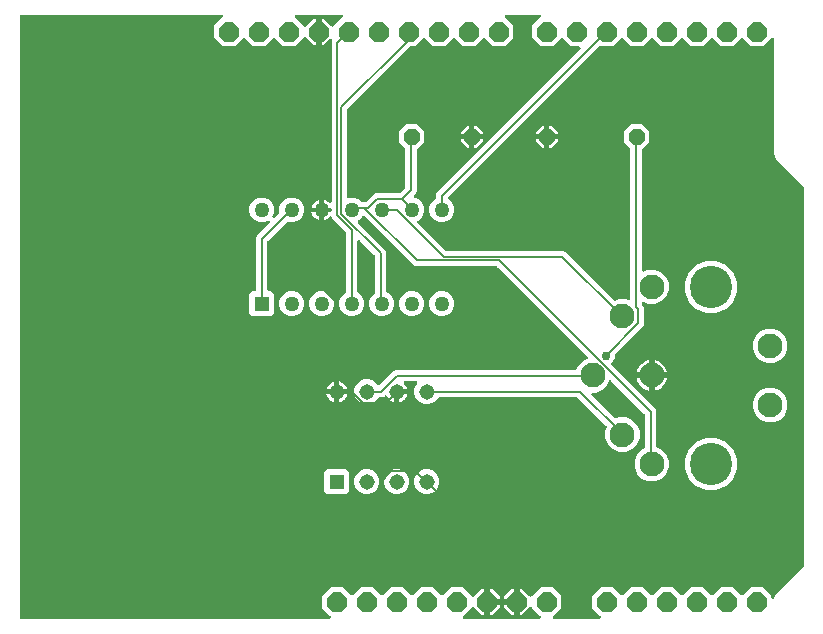
<source format=gbr>
G04 EAGLE Gerber RS-274X export*
G75*
%MOMM*%
%FSLAX34Y34*%
%LPD*%
%INTop Copper*%
%IPPOS*%
%AMOC8*
5,1,8,0,0,1.08239X$1,22.5*%
G01*
%ADD10R,1.268000X1.268000*%
%ADD11C,1.268000*%
%ADD12C,2.100000*%
%ADD13C,3.585000*%
%ADD14R,1.308000X1.308000*%
%ADD15C,1.308000*%
%ADD16P,1.814519X8X22.500000*%
%ADD17P,1.429621X8X22.500000*%
%ADD18C,0.152400*%
%ADD19C,0.756400*%

G36*
X324148Y36340D02*
X324148Y36340D01*
X324287Y36353D01*
X324306Y36360D01*
X324326Y36363D01*
X324455Y36414D01*
X324586Y36461D01*
X324603Y36472D01*
X324622Y36480D01*
X324734Y36561D01*
X324850Y36639D01*
X324863Y36655D01*
X324879Y36666D01*
X324968Y36774D01*
X325060Y36878D01*
X325069Y36896D01*
X325082Y36911D01*
X325141Y37037D01*
X325205Y37161D01*
X325209Y37181D01*
X325218Y37199D01*
X325244Y37335D01*
X325274Y37471D01*
X325274Y37492D01*
X325277Y37511D01*
X325269Y37650D01*
X325265Y37789D01*
X325259Y37809D01*
X325258Y37829D01*
X325215Y37961D01*
X325176Y38095D01*
X325166Y38112D01*
X325160Y38131D01*
X325085Y38249D01*
X325015Y38369D01*
X324996Y38390D01*
X324989Y38400D01*
X324974Y38414D01*
X324908Y38489D01*
X317753Y45644D01*
X317753Y55956D01*
X325044Y63247D01*
X335356Y63247D01*
X342003Y56600D01*
X342097Y56527D01*
X342186Y56448D01*
X342222Y56430D01*
X342254Y56405D01*
X342363Y56357D01*
X342469Y56303D01*
X342508Y56295D01*
X342546Y56279D01*
X342663Y56260D01*
X342779Y56234D01*
X342820Y56235D01*
X342860Y56229D01*
X342978Y56240D01*
X343097Y56243D01*
X343136Y56255D01*
X343176Y56258D01*
X343289Y56299D01*
X343403Y56332D01*
X343438Y56352D01*
X343476Y56366D01*
X343574Y56433D01*
X343677Y56493D01*
X343722Y56533D01*
X343739Y56545D01*
X343752Y56560D01*
X343798Y56600D01*
X350444Y63247D01*
X360756Y63247D01*
X367403Y56600D01*
X367497Y56527D01*
X367586Y56448D01*
X367622Y56430D01*
X367654Y56405D01*
X367763Y56357D01*
X367869Y56303D01*
X367908Y56295D01*
X367946Y56279D01*
X368063Y56260D01*
X368179Y56234D01*
X368220Y56235D01*
X368260Y56229D01*
X368378Y56240D01*
X368497Y56243D01*
X368536Y56255D01*
X368576Y56258D01*
X368689Y56299D01*
X368803Y56332D01*
X368838Y56352D01*
X368876Y56366D01*
X368974Y56433D01*
X369077Y56493D01*
X369122Y56533D01*
X369139Y56545D01*
X369152Y56560D01*
X369198Y56600D01*
X375844Y63247D01*
X386156Y63247D01*
X392803Y56600D01*
X392897Y56527D01*
X392986Y56448D01*
X393022Y56430D01*
X393054Y56405D01*
X393163Y56357D01*
X393269Y56303D01*
X393308Y56295D01*
X393346Y56279D01*
X393463Y56260D01*
X393579Y56234D01*
X393620Y56235D01*
X393660Y56229D01*
X393778Y56240D01*
X393897Y56243D01*
X393936Y56255D01*
X393976Y56258D01*
X394089Y56299D01*
X394203Y56332D01*
X394238Y56352D01*
X394276Y56366D01*
X394374Y56433D01*
X394477Y56493D01*
X394522Y56533D01*
X394539Y56545D01*
X394552Y56560D01*
X394598Y56600D01*
X401244Y63247D01*
X411556Y63247D01*
X418203Y56600D01*
X418297Y56527D01*
X418386Y56448D01*
X418422Y56430D01*
X418454Y56405D01*
X418563Y56357D01*
X418669Y56303D01*
X418708Y56295D01*
X418746Y56279D01*
X418863Y56260D01*
X418979Y56234D01*
X419020Y56235D01*
X419060Y56229D01*
X419178Y56240D01*
X419297Y56243D01*
X419336Y56255D01*
X419376Y56258D01*
X419489Y56299D01*
X419603Y56332D01*
X419638Y56352D01*
X419676Y56366D01*
X419774Y56433D01*
X419877Y56493D01*
X419922Y56533D01*
X419939Y56545D01*
X419952Y56560D01*
X419998Y56600D01*
X426644Y63247D01*
X436956Y63247D01*
X444365Y55837D01*
X444385Y55782D01*
X444396Y55766D01*
X444404Y55747D01*
X444485Y55634D01*
X444563Y55519D01*
X444579Y55506D01*
X444590Y55489D01*
X444698Y55401D01*
X444802Y55309D01*
X444820Y55300D01*
X444835Y55287D01*
X444961Y55227D01*
X445085Y55164D01*
X445105Y55160D01*
X445123Y55151D01*
X445259Y55125D01*
X445395Y55095D01*
X445416Y55095D01*
X445435Y55091D01*
X445574Y55100D01*
X445713Y55104D01*
X445733Y55110D01*
X445753Y55111D01*
X445885Y55154D01*
X446019Y55193D01*
X446036Y55203D01*
X446055Y55209D01*
X446173Y55284D01*
X446293Y55354D01*
X446314Y55373D01*
X446324Y55379D01*
X446338Y55394D01*
X446413Y55461D01*
X452676Y61723D01*
X454701Y61723D01*
X454701Y52030D01*
X454716Y51912D01*
X454723Y51793D01*
X454735Y51755D01*
X454741Y51715D01*
X454784Y51604D01*
X454821Y51491D01*
X454843Y51457D01*
X454858Y51419D01*
X454927Y51323D01*
X454991Y51222D01*
X455021Y51194D01*
X455044Y51162D01*
X455136Y51086D01*
X455223Y51004D01*
X455258Y50985D01*
X455289Y50959D01*
X455397Y50908D01*
X455501Y50851D01*
X455541Y50841D01*
X455577Y50823D01*
X455684Y50803D01*
X455654Y50799D01*
X455544Y50755D01*
X455431Y50719D01*
X455396Y50697D01*
X455359Y50682D01*
X455262Y50612D01*
X455162Y50549D01*
X455134Y50519D01*
X455101Y50495D01*
X455025Y50404D01*
X454944Y50317D01*
X454924Y50282D01*
X454899Y50250D01*
X454848Y50143D01*
X454790Y50038D01*
X454780Y49999D01*
X454763Y49963D01*
X454741Y49846D01*
X454711Y49730D01*
X454707Y49670D01*
X454703Y49650D01*
X454705Y49630D01*
X454701Y49570D01*
X454701Y39877D01*
X452676Y39877D01*
X446413Y46139D01*
X446323Y46210D01*
X446298Y46234D01*
X446284Y46241D01*
X446197Y46313D01*
X446178Y46322D01*
X446162Y46334D01*
X446034Y46390D01*
X445909Y46449D01*
X445889Y46453D01*
X445870Y46461D01*
X445732Y46483D01*
X445596Y46509D01*
X445576Y46507D01*
X445556Y46511D01*
X445417Y46498D01*
X445279Y46489D01*
X445260Y46483D01*
X445240Y46481D01*
X445108Y46434D01*
X444977Y46391D01*
X444959Y46380D01*
X444940Y46373D01*
X444825Y46295D01*
X444708Y46221D01*
X444694Y46206D01*
X444677Y46195D01*
X444585Y46090D01*
X444490Y45989D01*
X444480Y45971D01*
X444467Y45956D01*
X444403Y45832D01*
X444365Y45763D01*
X437092Y38489D01*
X437007Y38380D01*
X436918Y38273D01*
X436909Y38254D01*
X436897Y38238D01*
X436841Y38110D01*
X436782Y37985D01*
X436779Y37965D01*
X436770Y37946D01*
X436749Y37808D01*
X436723Y37672D01*
X436724Y37652D01*
X436721Y37632D01*
X436734Y37493D01*
X436742Y37355D01*
X436749Y37336D01*
X436750Y37316D01*
X436798Y37184D01*
X436840Y37053D01*
X436851Y37035D01*
X436858Y37016D01*
X436936Y36901D01*
X437011Y36784D01*
X437025Y36770D01*
X437037Y36753D01*
X437141Y36661D01*
X437242Y36566D01*
X437260Y36556D01*
X437275Y36543D01*
X437399Y36479D01*
X437521Y36412D01*
X437540Y36407D01*
X437558Y36398D01*
X437694Y36368D01*
X437829Y36333D01*
X437857Y36331D01*
X437869Y36328D01*
X437889Y36329D01*
X437989Y36323D01*
X501811Y36323D01*
X501948Y36340D01*
X502087Y36353D01*
X502106Y36360D01*
X502126Y36363D01*
X502255Y36414D01*
X502386Y36461D01*
X502403Y36472D01*
X502422Y36480D01*
X502534Y36561D01*
X502650Y36639D01*
X502663Y36655D01*
X502679Y36666D01*
X502768Y36774D01*
X502860Y36878D01*
X502869Y36896D01*
X502882Y36911D01*
X502941Y37037D01*
X503005Y37161D01*
X503009Y37181D01*
X503018Y37199D01*
X503044Y37335D01*
X503074Y37471D01*
X503074Y37492D01*
X503077Y37511D01*
X503069Y37650D01*
X503065Y37789D01*
X503059Y37809D01*
X503058Y37829D01*
X503015Y37961D01*
X502976Y38095D01*
X502966Y38112D01*
X502960Y38131D01*
X502885Y38249D01*
X502815Y38369D01*
X502796Y38390D01*
X502789Y38400D01*
X502774Y38414D01*
X502708Y38489D01*
X495435Y45763D01*
X495415Y45818D01*
X495404Y45834D01*
X495396Y45853D01*
X495315Y45966D01*
X495237Y46081D01*
X495221Y46094D01*
X495210Y46111D01*
X495102Y46199D01*
X494998Y46291D01*
X494980Y46300D01*
X494965Y46313D01*
X494839Y46373D01*
X494715Y46436D01*
X494695Y46440D01*
X494677Y46449D01*
X494541Y46475D01*
X494405Y46505D01*
X494384Y46505D01*
X494365Y46509D01*
X494226Y46500D01*
X494087Y46496D01*
X494067Y46490D01*
X494047Y46489D01*
X493915Y46446D01*
X493781Y46407D01*
X493764Y46397D01*
X493745Y46391D01*
X493627Y46316D01*
X493507Y46246D01*
X493486Y46227D01*
X493476Y46221D01*
X493462Y46206D01*
X493387Y46139D01*
X487124Y39877D01*
X485099Y39877D01*
X485099Y49570D01*
X485084Y49688D01*
X485077Y49807D01*
X485064Y49845D01*
X485059Y49885D01*
X485016Y49996D01*
X484979Y50109D01*
X484957Y50143D01*
X484942Y50181D01*
X484873Y50277D01*
X484809Y50378D01*
X484779Y50406D01*
X484756Y50438D01*
X484664Y50514D01*
X484577Y50596D01*
X484542Y50615D01*
X484511Y50641D01*
X484403Y50692D01*
X484299Y50749D01*
X484259Y50759D01*
X484223Y50777D01*
X484116Y50797D01*
X484146Y50801D01*
X484256Y50845D01*
X484369Y50881D01*
X484404Y50903D01*
X484441Y50918D01*
X484537Y50988D01*
X484638Y51051D01*
X484666Y51081D01*
X484699Y51105D01*
X484775Y51196D01*
X484856Y51283D01*
X484876Y51318D01*
X484901Y51350D01*
X484952Y51457D01*
X485010Y51562D01*
X485020Y51601D01*
X485037Y51637D01*
X485059Y51754D01*
X485089Y51870D01*
X485093Y51930D01*
X485097Y51950D01*
X485095Y51970D01*
X485099Y52030D01*
X485099Y61723D01*
X487124Y61723D01*
X493387Y55461D01*
X493496Y55375D01*
X493603Y55287D01*
X493622Y55278D01*
X493638Y55266D01*
X493766Y55210D01*
X493891Y55151D01*
X493911Y55147D01*
X493930Y55139D01*
X494068Y55117D01*
X494204Y55091D01*
X494224Y55093D01*
X494244Y55089D01*
X494383Y55102D01*
X494521Y55111D01*
X494540Y55117D01*
X494560Y55119D01*
X494692Y55166D01*
X494823Y55209D01*
X494841Y55220D01*
X494860Y55227D01*
X494975Y55305D01*
X495092Y55379D01*
X495106Y55394D01*
X495123Y55405D01*
X495215Y55510D01*
X495310Y55611D01*
X495320Y55629D01*
X495333Y55644D01*
X495397Y55768D01*
X495435Y55837D01*
X502844Y63247D01*
X513156Y63247D01*
X520447Y55956D01*
X520447Y45644D01*
X513292Y38489D01*
X513207Y38380D01*
X513118Y38273D01*
X513109Y38254D01*
X513097Y38238D01*
X513041Y38110D01*
X512982Y37985D01*
X512979Y37965D01*
X512970Y37946D01*
X512949Y37808D01*
X512923Y37672D01*
X512924Y37652D01*
X512921Y37632D01*
X512934Y37493D01*
X512942Y37355D01*
X512949Y37336D01*
X512950Y37316D01*
X512998Y37184D01*
X513040Y37053D01*
X513051Y37035D01*
X513058Y37016D01*
X513136Y36901D01*
X513211Y36784D01*
X513225Y36770D01*
X513237Y36753D01*
X513341Y36661D01*
X513442Y36566D01*
X513460Y36556D01*
X513475Y36543D01*
X513599Y36479D01*
X513721Y36412D01*
X513740Y36407D01*
X513758Y36398D01*
X513894Y36368D01*
X514029Y36333D01*
X514057Y36331D01*
X514069Y36328D01*
X514089Y36329D01*
X514189Y36323D01*
X552611Y36323D01*
X552748Y36340D01*
X552887Y36353D01*
X552906Y36360D01*
X552926Y36363D01*
X553055Y36414D01*
X553186Y36461D01*
X553203Y36472D01*
X553222Y36480D01*
X553334Y36561D01*
X553450Y36639D01*
X553463Y36655D01*
X553479Y36666D01*
X553568Y36774D01*
X553660Y36878D01*
X553669Y36896D01*
X553682Y36911D01*
X553741Y37037D01*
X553805Y37161D01*
X553809Y37181D01*
X553818Y37199D01*
X553844Y37335D01*
X553874Y37471D01*
X553874Y37492D01*
X553877Y37511D01*
X553869Y37650D01*
X553865Y37789D01*
X553859Y37809D01*
X553858Y37829D01*
X553815Y37961D01*
X553776Y38095D01*
X553766Y38112D01*
X553760Y38131D01*
X553685Y38249D01*
X553615Y38369D01*
X553596Y38390D01*
X553589Y38400D01*
X553574Y38414D01*
X553508Y38489D01*
X546353Y45644D01*
X546353Y55956D01*
X553644Y63247D01*
X563956Y63247D01*
X570603Y56600D01*
X570697Y56527D01*
X570786Y56448D01*
X570822Y56430D01*
X570854Y56405D01*
X570963Y56357D01*
X571069Y56303D01*
X571108Y56295D01*
X571146Y56279D01*
X571263Y56260D01*
X571379Y56234D01*
X571420Y56235D01*
X571460Y56229D01*
X571578Y56240D01*
X571697Y56243D01*
X571736Y56255D01*
X571776Y56258D01*
X571889Y56299D01*
X572003Y56332D01*
X572038Y56352D01*
X572076Y56366D01*
X572174Y56433D01*
X572277Y56493D01*
X572322Y56533D01*
X572339Y56545D01*
X572352Y56560D01*
X572398Y56600D01*
X579044Y63247D01*
X589356Y63247D01*
X596002Y56600D01*
X596097Y56527D01*
X596186Y56448D01*
X596222Y56430D01*
X596254Y56405D01*
X596363Y56358D01*
X596469Y56303D01*
X596508Y56295D01*
X596546Y56279D01*
X596663Y56260D01*
X596779Y56234D01*
X596820Y56235D01*
X596860Y56229D01*
X596978Y56240D01*
X597097Y56243D01*
X597136Y56255D01*
X597176Y56258D01*
X597289Y56299D01*
X597403Y56332D01*
X597437Y56352D01*
X597476Y56366D01*
X597574Y56433D01*
X597677Y56493D01*
X597722Y56533D01*
X597739Y56545D01*
X597752Y56560D01*
X597797Y56600D01*
X604444Y63247D01*
X614756Y63247D01*
X621402Y56600D01*
X621497Y56527D01*
X621586Y56448D01*
X621622Y56430D01*
X621654Y56405D01*
X621763Y56358D01*
X621869Y56303D01*
X621908Y56295D01*
X621946Y56279D01*
X622063Y56260D01*
X622179Y56234D01*
X622220Y56235D01*
X622260Y56229D01*
X622378Y56240D01*
X622497Y56243D01*
X622536Y56255D01*
X622576Y56258D01*
X622689Y56299D01*
X622803Y56332D01*
X622837Y56352D01*
X622876Y56366D01*
X622974Y56433D01*
X623077Y56493D01*
X623122Y56533D01*
X623139Y56545D01*
X623152Y56560D01*
X623197Y56600D01*
X629844Y63247D01*
X640156Y63247D01*
X646802Y56600D01*
X646897Y56527D01*
X646986Y56448D01*
X647022Y56430D01*
X647054Y56405D01*
X647163Y56358D01*
X647269Y56303D01*
X647308Y56295D01*
X647346Y56279D01*
X647463Y56260D01*
X647579Y56234D01*
X647620Y56235D01*
X647660Y56229D01*
X647778Y56240D01*
X647897Y56243D01*
X647936Y56255D01*
X647976Y56258D01*
X648089Y56299D01*
X648203Y56332D01*
X648237Y56352D01*
X648276Y56366D01*
X648374Y56433D01*
X648477Y56493D01*
X648522Y56533D01*
X648539Y56545D01*
X648552Y56560D01*
X648597Y56600D01*
X655244Y63247D01*
X665556Y63247D01*
X672202Y56600D01*
X672297Y56527D01*
X672386Y56448D01*
X672422Y56430D01*
X672454Y56405D01*
X672563Y56358D01*
X672669Y56303D01*
X672708Y56295D01*
X672746Y56279D01*
X672863Y56260D01*
X672979Y56234D01*
X673020Y56235D01*
X673060Y56229D01*
X673178Y56240D01*
X673297Y56243D01*
X673336Y56255D01*
X673376Y56258D01*
X673489Y56299D01*
X673603Y56332D01*
X673637Y56352D01*
X673676Y56366D01*
X673774Y56433D01*
X673877Y56493D01*
X673922Y56533D01*
X673939Y56545D01*
X673952Y56560D01*
X673997Y56600D01*
X680644Y63247D01*
X690956Y63247D01*
X698247Y55956D01*
X698247Y54451D01*
X698255Y54382D01*
X698254Y54312D01*
X698275Y54225D01*
X698287Y54136D01*
X698312Y54071D01*
X698329Y54003D01*
X698371Y53924D01*
X698404Y53840D01*
X698445Y53784D01*
X698477Y53722D01*
X698538Y53655D01*
X698590Y53583D01*
X698644Y53538D01*
X698691Y53487D01*
X698766Y53437D01*
X698835Y53380D01*
X698899Y53350D01*
X698957Y53312D01*
X699042Y53283D01*
X699123Y53245D01*
X699192Y53231D01*
X699258Y53209D01*
X699347Y53202D01*
X699435Y53185D01*
X699505Y53189D01*
X699575Y53184D01*
X699663Y53199D01*
X699753Y53204D01*
X699819Y53226D01*
X699888Y53238D01*
X699970Y53275D01*
X700055Y53303D01*
X700114Y53340D01*
X700178Y53369D01*
X700248Y53425D01*
X700324Y53473D01*
X700372Y53524D01*
X700426Y53567D01*
X700481Y53639D01*
X700542Y53704D01*
X700576Y53765D01*
X700618Y53821D01*
X700689Y53966D01*
X701940Y56987D01*
X725306Y80353D01*
X725366Y80431D01*
X725434Y80503D01*
X725463Y80556D01*
X725500Y80604D01*
X725540Y80695D01*
X725588Y80781D01*
X725603Y80840D01*
X725627Y80896D01*
X725642Y80994D01*
X725667Y81089D01*
X725673Y81189D01*
X725677Y81210D01*
X725675Y81222D01*
X725677Y81250D01*
X725677Y401350D01*
X725665Y401448D01*
X725662Y401547D01*
X725645Y401605D01*
X725637Y401665D01*
X725601Y401758D01*
X725573Y401853D01*
X725543Y401905D01*
X725520Y401961D01*
X725462Y402041D01*
X725412Y402127D01*
X725346Y402202D01*
X725334Y402218D01*
X725324Y402226D01*
X725306Y402247D01*
X701940Y425613D01*
X700277Y429627D01*
X700277Y527211D01*
X700260Y527348D01*
X700247Y527487D01*
X700240Y527506D01*
X700237Y527526D01*
X700186Y527655D01*
X700139Y527786D01*
X700128Y527803D01*
X700120Y527822D01*
X700039Y527934D01*
X699961Y528050D01*
X699945Y528063D01*
X699934Y528079D01*
X699826Y528168D01*
X699722Y528260D01*
X699704Y528269D01*
X699689Y528282D01*
X699563Y528341D01*
X699439Y528405D01*
X699419Y528409D01*
X699401Y528418D01*
X699265Y528444D01*
X699129Y528474D01*
X699108Y528474D01*
X699089Y528477D01*
X698950Y528469D01*
X698811Y528465D01*
X698791Y528459D01*
X698771Y528458D01*
X698639Y528415D01*
X698505Y528376D01*
X698488Y528366D01*
X698469Y528360D01*
X698351Y528285D01*
X698231Y528215D01*
X698210Y528196D01*
X698200Y528189D01*
X698186Y528174D01*
X698111Y528108D01*
X690956Y520953D01*
X680644Y520953D01*
X673997Y527600D01*
X673903Y527673D01*
X673814Y527752D01*
X673778Y527770D01*
X673746Y527795D01*
X673637Y527843D01*
X673531Y527897D01*
X673492Y527905D01*
X673454Y527921D01*
X673337Y527940D01*
X673221Y527966D01*
X673180Y527965D01*
X673140Y527971D01*
X673022Y527960D01*
X672903Y527957D01*
X672864Y527945D01*
X672824Y527942D01*
X672711Y527901D01*
X672597Y527868D01*
X672562Y527848D01*
X672524Y527834D01*
X672426Y527767D01*
X672323Y527707D01*
X672278Y527667D01*
X672261Y527655D01*
X672248Y527640D01*
X672202Y527600D01*
X665556Y520953D01*
X655244Y520953D01*
X648597Y527600D01*
X648503Y527673D01*
X648414Y527752D01*
X648378Y527770D01*
X648346Y527795D01*
X648237Y527843D01*
X648131Y527897D01*
X648092Y527905D01*
X648054Y527921D01*
X647937Y527940D01*
X647821Y527966D01*
X647780Y527965D01*
X647740Y527971D01*
X647622Y527960D01*
X647503Y527957D01*
X647464Y527945D01*
X647424Y527942D01*
X647311Y527901D01*
X647197Y527868D01*
X647162Y527848D01*
X647124Y527834D01*
X647026Y527767D01*
X646923Y527707D01*
X646878Y527667D01*
X646861Y527655D01*
X646848Y527640D01*
X646802Y527600D01*
X640156Y520953D01*
X629844Y520953D01*
X623197Y527600D01*
X623103Y527673D01*
X623014Y527752D01*
X622978Y527770D01*
X622946Y527795D01*
X622837Y527843D01*
X622731Y527897D01*
X622692Y527905D01*
X622654Y527921D01*
X622537Y527940D01*
X622421Y527966D01*
X622380Y527965D01*
X622340Y527971D01*
X622222Y527960D01*
X622103Y527957D01*
X622064Y527945D01*
X622024Y527942D01*
X621911Y527901D01*
X621797Y527868D01*
X621762Y527848D01*
X621724Y527834D01*
X621626Y527767D01*
X621523Y527707D01*
X621478Y527667D01*
X621461Y527655D01*
X621448Y527640D01*
X621402Y527600D01*
X614756Y520953D01*
X604444Y520953D01*
X597797Y527600D01*
X597703Y527673D01*
X597614Y527752D01*
X597578Y527770D01*
X597546Y527795D01*
X597437Y527843D01*
X597331Y527897D01*
X597292Y527905D01*
X597254Y527921D01*
X597137Y527940D01*
X597021Y527966D01*
X596980Y527965D01*
X596940Y527971D01*
X596822Y527960D01*
X596703Y527957D01*
X596664Y527945D01*
X596624Y527942D01*
X596511Y527901D01*
X596397Y527868D01*
X596362Y527848D01*
X596324Y527834D01*
X596226Y527767D01*
X596123Y527707D01*
X596078Y527667D01*
X596061Y527655D01*
X596048Y527640D01*
X596002Y527600D01*
X589356Y520953D01*
X579044Y520953D01*
X572398Y527600D01*
X572303Y527673D01*
X572214Y527752D01*
X572178Y527770D01*
X572146Y527795D01*
X572037Y527842D01*
X571931Y527897D01*
X571892Y527905D01*
X571854Y527921D01*
X571737Y527940D01*
X571621Y527966D01*
X571580Y527965D01*
X571540Y527971D01*
X571422Y527960D01*
X571303Y527957D01*
X571264Y527945D01*
X571224Y527942D01*
X571111Y527901D01*
X570997Y527868D01*
X570963Y527848D01*
X570924Y527834D01*
X570826Y527767D01*
X570723Y527707D01*
X570678Y527667D01*
X570661Y527655D01*
X570648Y527640D01*
X570603Y527600D01*
X563956Y520953D01*
X553608Y520953D01*
X553582Y520967D01*
X553550Y520991D01*
X553441Y521039D01*
X553335Y521093D01*
X553295Y521102D01*
X553258Y521118D01*
X553141Y521136D01*
X553025Y521162D01*
X552984Y521161D01*
X552944Y521167D01*
X552826Y521156D01*
X552707Y521153D01*
X552668Y521141D01*
X552628Y521138D01*
X552516Y521097D01*
X552401Y521064D01*
X552366Y521044D01*
X552328Y521030D01*
X552230Y520963D01*
X552127Y520903D01*
X552082Y520863D01*
X552065Y520852D01*
X552052Y520836D01*
X552006Y520796D01*
X424666Y393456D01*
X424636Y393417D01*
X424599Y393383D01*
X424538Y393292D01*
X424471Y393205D01*
X424451Y393159D01*
X424424Y393118D01*
X424388Y393014D01*
X424345Y392913D01*
X424337Y392864D01*
X424321Y392817D01*
X424312Y392708D01*
X424295Y392599D01*
X424300Y392549D01*
X424296Y392500D01*
X424314Y392392D01*
X424325Y392282D01*
X424342Y392235D01*
X424350Y392186D01*
X424395Y392086D01*
X424432Y391983D01*
X424460Y391942D01*
X424481Y391896D01*
X424549Y391811D01*
X424611Y391720D01*
X424648Y391687D01*
X424679Y391648D01*
X424767Y391582D01*
X424849Y391509D01*
X424894Y391487D01*
X424933Y391457D01*
X424981Y391433D01*
X427921Y388494D01*
X429505Y384670D01*
X429505Y380530D01*
X427921Y376706D01*
X424994Y373779D01*
X421170Y372195D01*
X417030Y372195D01*
X413206Y373779D01*
X410279Y376706D01*
X408695Y380530D01*
X408695Y384670D01*
X410279Y388494D01*
X413206Y391421D01*
X413490Y391538D01*
X413515Y391553D01*
X413543Y391562D01*
X413653Y391631D01*
X413766Y391696D01*
X413787Y391716D01*
X413812Y391732D01*
X413901Y391827D01*
X413994Y391917D01*
X414010Y391942D01*
X414030Y391964D01*
X414093Y392077D01*
X414161Y392188D01*
X414169Y392216D01*
X414184Y392242D01*
X414216Y392368D01*
X414254Y392492D01*
X414256Y392522D01*
X414263Y392550D01*
X414273Y392711D01*
X414273Y395676D01*
X415008Y397450D01*
X536345Y518787D01*
X536430Y518896D01*
X536518Y519003D01*
X536527Y519022D01*
X536539Y519038D01*
X536595Y519166D01*
X536654Y519291D01*
X536658Y519311D01*
X536666Y519330D01*
X536688Y519468D01*
X536714Y519604D01*
X536712Y519624D01*
X536716Y519644D01*
X536703Y519783D01*
X536694Y519921D01*
X536688Y519940D01*
X536686Y519960D01*
X536639Y520092D01*
X536596Y520223D01*
X536585Y520241D01*
X536578Y520260D01*
X536500Y520375D01*
X536426Y520492D01*
X536411Y520506D01*
X536400Y520523D01*
X536296Y520615D01*
X536194Y520710D01*
X536176Y520720D01*
X536161Y520733D01*
X536038Y520796D01*
X535916Y520864D01*
X535896Y520869D01*
X535878Y520878D01*
X535742Y520908D01*
X535608Y520943D01*
X535580Y520945D01*
X535568Y520948D01*
X535547Y520947D01*
X535447Y520953D01*
X528244Y520953D01*
X521598Y527600D01*
X521503Y527673D01*
X521414Y527752D01*
X521378Y527770D01*
X521346Y527795D01*
X521237Y527842D01*
X521131Y527897D01*
X521092Y527905D01*
X521054Y527921D01*
X520937Y527940D01*
X520821Y527966D01*
X520780Y527965D01*
X520740Y527971D01*
X520622Y527960D01*
X520503Y527957D01*
X520464Y527945D01*
X520424Y527942D01*
X520311Y527901D01*
X520197Y527868D01*
X520163Y527848D01*
X520124Y527834D01*
X520026Y527767D01*
X519923Y527707D01*
X519878Y527667D01*
X519861Y527655D01*
X519848Y527640D01*
X519803Y527600D01*
X513156Y520953D01*
X502844Y520953D01*
X495553Y528244D01*
X495553Y538556D01*
X502708Y545711D01*
X502793Y545820D01*
X502882Y545927D01*
X502891Y545946D01*
X502903Y545962D01*
X502959Y546090D01*
X503018Y546215D01*
X503021Y546235D01*
X503030Y546254D01*
X503051Y546392D01*
X503077Y546528D01*
X503076Y546548D01*
X503079Y546568D01*
X503066Y546707D01*
X503058Y546845D01*
X503051Y546864D01*
X503050Y546884D01*
X503002Y547016D01*
X502960Y547147D01*
X502949Y547165D01*
X502942Y547184D01*
X502864Y547299D01*
X502789Y547416D01*
X502775Y547430D01*
X502763Y547447D01*
X502659Y547539D01*
X502558Y547634D01*
X502540Y547644D01*
X502525Y547657D01*
X502401Y547721D01*
X502279Y547788D01*
X502260Y547793D01*
X502242Y547802D01*
X502106Y547832D01*
X501971Y547867D01*
X501943Y547869D01*
X501931Y547872D01*
X501911Y547871D01*
X501811Y547877D01*
X473549Y547877D01*
X473412Y547860D01*
X473273Y547847D01*
X473254Y547840D01*
X473234Y547837D01*
X473105Y547786D01*
X472974Y547739D01*
X472957Y547728D01*
X472938Y547720D01*
X472826Y547639D01*
X472710Y547561D01*
X472697Y547545D01*
X472681Y547534D01*
X472592Y547426D01*
X472500Y547322D01*
X472491Y547304D01*
X472478Y547289D01*
X472419Y547163D01*
X472355Y547039D01*
X472351Y547019D01*
X472342Y547001D01*
X472316Y546865D01*
X472286Y546729D01*
X472286Y546708D01*
X472283Y546689D01*
X472291Y546550D01*
X472295Y546411D01*
X472301Y546391D01*
X472302Y546371D01*
X472345Y546239D01*
X472384Y546105D01*
X472394Y546088D01*
X472400Y546069D01*
X472475Y545951D01*
X472545Y545831D01*
X472564Y545810D01*
X472571Y545800D01*
X472586Y545786D01*
X472652Y545711D01*
X479807Y538556D01*
X479807Y528244D01*
X472516Y520953D01*
X462204Y520953D01*
X455558Y527600D01*
X455463Y527673D01*
X455374Y527752D01*
X455338Y527770D01*
X455306Y527795D01*
X455197Y527842D01*
X455091Y527897D01*
X455052Y527905D01*
X455014Y527921D01*
X454897Y527940D01*
X454781Y527966D01*
X454740Y527965D01*
X454700Y527971D01*
X454582Y527960D01*
X454463Y527957D01*
X454424Y527945D01*
X454384Y527942D01*
X454271Y527901D01*
X454157Y527868D01*
X454123Y527848D01*
X454084Y527834D01*
X453986Y527767D01*
X453883Y527707D01*
X453838Y527667D01*
X453821Y527655D01*
X453808Y527640D01*
X453763Y527600D01*
X447116Y520953D01*
X436804Y520953D01*
X430158Y527600D01*
X430063Y527673D01*
X429974Y527752D01*
X429938Y527770D01*
X429906Y527795D01*
X429797Y527842D01*
X429691Y527897D01*
X429652Y527905D01*
X429614Y527921D01*
X429497Y527940D01*
X429381Y527966D01*
X429340Y527965D01*
X429300Y527971D01*
X429182Y527960D01*
X429063Y527957D01*
X429024Y527945D01*
X428984Y527942D01*
X428871Y527901D01*
X428757Y527868D01*
X428723Y527848D01*
X428684Y527834D01*
X428586Y527767D01*
X428483Y527707D01*
X428438Y527667D01*
X428421Y527655D01*
X428408Y527640D01*
X428363Y527600D01*
X421716Y520953D01*
X411404Y520953D01*
X404757Y527600D01*
X404663Y527673D01*
X404574Y527752D01*
X404538Y527770D01*
X404506Y527795D01*
X404397Y527843D01*
X404291Y527897D01*
X404252Y527905D01*
X404214Y527921D01*
X404097Y527940D01*
X403981Y527966D01*
X403940Y527965D01*
X403900Y527971D01*
X403782Y527960D01*
X403663Y527957D01*
X403624Y527945D01*
X403584Y527942D01*
X403471Y527901D01*
X403357Y527868D01*
X403322Y527848D01*
X403284Y527834D01*
X403186Y527767D01*
X403083Y527707D01*
X403038Y527667D01*
X403021Y527655D01*
X403008Y527640D01*
X402962Y527600D01*
X396316Y520953D01*
X392669Y520953D01*
X392571Y520941D01*
X392472Y520938D01*
X392414Y520921D01*
X392354Y520913D01*
X392261Y520877D01*
X392166Y520849D01*
X392114Y520819D01*
X392058Y520796D01*
X391978Y520738D01*
X391892Y520688D01*
X391817Y520622D01*
X391800Y520610D01*
X391793Y520600D01*
X391772Y520582D01*
X338954Y467764D01*
X338894Y467686D01*
X338826Y467614D01*
X338797Y467561D01*
X338760Y467513D01*
X338720Y467422D01*
X338672Y467336D01*
X338657Y467277D01*
X338633Y467221D01*
X338618Y467123D01*
X338593Y467028D01*
X338587Y466928D01*
X338583Y466907D01*
X338585Y466895D01*
X338583Y466867D01*
X338583Y393973D01*
X338589Y393924D01*
X338587Y393874D01*
X338609Y393767D01*
X338623Y393658D01*
X338641Y393611D01*
X338651Y393563D01*
X338699Y393464D01*
X338740Y393362D01*
X338769Y393322D01*
X338791Y393277D01*
X338862Y393194D01*
X338926Y393105D01*
X338965Y393073D01*
X338997Y393035D01*
X339087Y392972D01*
X339171Y392902D01*
X339216Y392881D01*
X339257Y392852D01*
X339360Y392813D01*
X339459Y392766D01*
X339508Y392757D01*
X339554Y392739D01*
X339664Y392727D01*
X339771Y392707D01*
X339821Y392710D01*
X339870Y392704D01*
X339979Y392720D01*
X340089Y392726D01*
X340136Y392742D01*
X340185Y392749D01*
X340338Y392801D01*
X340830Y393005D01*
X344970Y393005D01*
X348794Y391421D01*
X350968Y389246D01*
X351046Y389186D01*
X351118Y389118D01*
X351171Y389089D01*
X351219Y389052D01*
X351310Y389012D01*
X351397Y388964D01*
X351455Y388949D01*
X351511Y388925D01*
X351609Y388910D01*
X351705Y388885D01*
X351805Y388879D01*
X351825Y388875D01*
X351838Y388877D01*
X351866Y388875D01*
X354091Y388875D01*
X354189Y388887D01*
X354288Y388890D01*
X354346Y388907D01*
X354407Y388915D01*
X354499Y388951D01*
X354594Y388979D01*
X354646Y389009D01*
X354702Y389032D01*
X354782Y389090D01*
X354868Y389140D01*
X354943Y389206D01*
X354960Y389218D01*
X354967Y389228D01*
X354988Y389246D01*
X359966Y394224D01*
X361502Y395760D01*
X363276Y396495D01*
X383047Y396495D01*
X383145Y396507D01*
X383244Y396510D01*
X383302Y396527D01*
X383362Y396535D01*
X383455Y396571D01*
X383550Y396599D01*
X383602Y396629D01*
X383658Y396652D01*
X383738Y396710D01*
X383824Y396760D01*
X383899Y396826D01*
X383916Y396838D01*
X383923Y396848D01*
X383944Y396866D01*
X387994Y400916D01*
X388054Y400994D01*
X388122Y401066D01*
X388151Y401119D01*
X388188Y401167D01*
X388228Y401258D01*
X388276Y401344D01*
X388291Y401403D01*
X388315Y401459D01*
X388330Y401557D01*
X388355Y401652D01*
X388361Y401752D01*
X388365Y401773D01*
X388363Y401785D01*
X388365Y401813D01*
X388365Y434221D01*
X388353Y434319D01*
X388350Y434418D01*
X388333Y434477D01*
X388325Y434537D01*
X388289Y434629D01*
X388261Y434724D01*
X388231Y434776D01*
X388208Y434832D01*
X388150Y434912D01*
X388100Y434998D01*
X388034Y435073D01*
X388022Y435090D01*
X388012Y435097D01*
X387994Y435119D01*
X383031Y440081D01*
X383031Y448919D01*
X389281Y455169D01*
X398119Y455169D01*
X404369Y448919D01*
X404369Y440081D01*
X398390Y434103D01*
X398330Y434024D01*
X398262Y433952D01*
X398233Y433899D01*
X398196Y433851D01*
X398156Y433760D01*
X398108Y433674D01*
X398093Y433615D01*
X398069Y433560D01*
X398054Y433462D01*
X398029Y433366D01*
X398023Y433266D01*
X398019Y433245D01*
X398021Y433233D01*
X398019Y433205D01*
X398019Y398328D01*
X397284Y396554D01*
X395674Y394944D01*
X395643Y394905D01*
X395607Y394871D01*
X395546Y394780D01*
X395479Y394693D01*
X395459Y394647D01*
X395432Y394606D01*
X395396Y394502D01*
X395353Y394401D01*
X395345Y394352D01*
X395329Y394305D01*
X395320Y394195D01*
X395303Y394087D01*
X395307Y394037D01*
X395304Y393988D01*
X395322Y393879D01*
X395333Y393770D01*
X395349Y393723D01*
X395358Y393674D01*
X395403Y393574D01*
X395440Y393471D01*
X395468Y393430D01*
X395489Y393384D01*
X395557Y393299D01*
X395619Y393208D01*
X395656Y393175D01*
X395687Y393136D01*
X395775Y393070D01*
X395857Y392997D01*
X395901Y392975D01*
X395941Y392945D01*
X396086Y392874D01*
X399594Y391421D01*
X402521Y388494D01*
X404105Y384670D01*
X404105Y380530D01*
X402521Y376706D01*
X399594Y373779D01*
X399211Y373621D01*
X399168Y373596D01*
X399121Y373579D01*
X399030Y373518D01*
X398935Y373463D01*
X398899Y373429D01*
X398858Y373401D01*
X398785Y373318D01*
X398706Y373242D01*
X398681Y373200D01*
X398648Y373162D01*
X398598Y373064D01*
X398540Y372971D01*
X398526Y372923D01*
X398503Y372879D01*
X398479Y372772D01*
X398447Y372667D01*
X398444Y372617D01*
X398433Y372569D01*
X398437Y372459D01*
X398431Y372349D01*
X398442Y372301D01*
X398443Y372251D01*
X398474Y372145D01*
X398496Y372038D01*
X398518Y371993D01*
X398531Y371945D01*
X398587Y371851D01*
X398635Y371752D01*
X398668Y371714D01*
X398693Y371671D01*
X398799Y371551D01*
X422252Y348098D01*
X422330Y348038D01*
X422402Y347970D01*
X422455Y347941D01*
X422503Y347904D01*
X422594Y347864D01*
X422680Y347816D01*
X422739Y347801D01*
X422795Y347777D01*
X422893Y347762D01*
X422988Y347737D01*
X423088Y347731D01*
X423109Y347727D01*
X423121Y347729D01*
X423149Y347727D01*
X522168Y347727D01*
X523942Y346992D01*
X564802Y306132D01*
X564826Y306113D01*
X564845Y306091D01*
X564951Y306016D01*
X565054Y305937D01*
X565081Y305925D01*
X565105Y305908D01*
X565226Y305862D01*
X565346Y305810D01*
X565375Y305806D01*
X565402Y305795D01*
X565531Y305781D01*
X565660Y305760D01*
X565689Y305763D01*
X565718Y305760D01*
X565847Y305778D01*
X565976Y305790D01*
X566004Y305800D01*
X566033Y305804D01*
X566186Y305856D01*
X569103Y307065D01*
X574897Y307065D01*
X577110Y306148D01*
X577158Y306135D01*
X577203Y306114D01*
X577311Y306093D01*
X577417Y306064D01*
X577467Y306063D01*
X577516Y306054D01*
X577625Y306061D01*
X577735Y306059D01*
X577783Y306071D01*
X577833Y306074D01*
X577937Y306107D01*
X578044Y306133D01*
X578088Y306156D01*
X578135Y306172D01*
X578228Y306230D01*
X578325Y306282D01*
X578362Y306315D01*
X578404Y306342D01*
X578479Y306422D01*
X578561Y306496D01*
X578588Y306537D01*
X578622Y306573D01*
X578675Y306670D01*
X578735Y306761D01*
X578752Y306809D01*
X578776Y306852D01*
X578803Y306958D01*
X578839Y307062D01*
X578843Y307112D01*
X578855Y307160D01*
X578865Y307321D01*
X578865Y434221D01*
X578853Y434319D01*
X578850Y434418D01*
X578833Y434477D01*
X578825Y434537D01*
X578789Y434629D01*
X578761Y434724D01*
X578731Y434776D01*
X578708Y434832D01*
X578650Y434913D01*
X578600Y434998D01*
X578534Y435073D01*
X578522Y435090D01*
X578512Y435098D01*
X578494Y435119D01*
X573531Y440081D01*
X573531Y448919D01*
X579781Y455169D01*
X588619Y455169D01*
X594869Y448919D01*
X594869Y440081D01*
X588890Y434103D01*
X588830Y434024D01*
X588762Y433952D01*
X588733Y433899D01*
X588696Y433851D01*
X588656Y433760D01*
X588608Y433674D01*
X588593Y433615D01*
X588569Y433560D01*
X588554Y433462D01*
X588529Y433366D01*
X588523Y433266D01*
X588519Y433245D01*
X588521Y433233D01*
X588519Y433205D01*
X588519Y331693D01*
X588525Y331643D01*
X588523Y331594D01*
X588545Y331486D01*
X588559Y331377D01*
X588577Y331331D01*
X588587Y331282D01*
X588635Y331183D01*
X588676Y331081D01*
X588705Y331041D01*
X588727Y330997D01*
X588798Y330913D01*
X588862Y330824D01*
X588901Y330792D01*
X588933Y330755D01*
X589023Y330691D01*
X589107Y330621D01*
X589152Y330600D01*
X589193Y330572D01*
X589296Y330533D01*
X589395Y330486D01*
X589444Y330476D01*
X589490Y330459D01*
X589600Y330447D01*
X589707Y330426D01*
X589757Y330429D01*
X589806Y330424D01*
X589915Y330439D01*
X590025Y330446D01*
X590072Y330461D01*
X590121Y330468D01*
X590274Y330520D01*
X594003Y332065D01*
X599797Y332065D01*
X605150Y329847D01*
X609247Y325750D01*
X611465Y320397D01*
X611465Y314603D01*
X609247Y309250D01*
X605150Y305153D01*
X599797Y302935D01*
X594003Y302935D01*
X590274Y304480D01*
X590226Y304493D01*
X590181Y304514D01*
X590073Y304535D01*
X589967Y304564D01*
X589917Y304565D01*
X589868Y304574D01*
X589759Y304567D01*
X589649Y304569D01*
X589601Y304557D01*
X589551Y304554D01*
X589447Y304520D01*
X589340Y304495D01*
X589296Y304472D01*
X589249Y304456D01*
X589156Y304397D01*
X589059Y304346D01*
X589022Y304313D01*
X588980Y304286D01*
X588905Y304206D01*
X588823Y304132D01*
X588796Y304091D01*
X588762Y304054D01*
X588709Y303958D01*
X588649Y303866D01*
X588632Y303819D01*
X588608Y303776D01*
X588581Y303670D01*
X588545Y303566D01*
X588541Y303516D01*
X588529Y303468D01*
X588519Y303307D01*
X588519Y302753D01*
X588531Y302655D01*
X588534Y302556D01*
X588551Y302498D01*
X588559Y302438D01*
X588595Y302345D01*
X588623Y302250D01*
X588653Y302198D01*
X588676Y302142D01*
X588734Y302062D01*
X588784Y301976D01*
X588850Y301901D01*
X588862Y301884D01*
X588872Y301877D01*
X588890Y301856D01*
X589308Y301438D01*
X590043Y299664D01*
X590043Y285552D01*
X589308Y283778D01*
X566002Y260472D01*
X565942Y260394D01*
X565874Y260322D01*
X565845Y260269D01*
X565808Y260221D01*
X565768Y260130D01*
X565720Y260044D01*
X565705Y259985D01*
X565681Y259929D01*
X565666Y259831D01*
X565641Y259736D01*
X565635Y259636D01*
X565631Y259615D01*
X565633Y259603D01*
X565631Y259575D01*
X565631Y257519D01*
X564436Y254635D01*
X563071Y253270D01*
X562998Y253176D01*
X562919Y253087D01*
X562901Y253051D01*
X562876Y253019D01*
X562829Y252909D01*
X562775Y252803D01*
X562766Y252764D01*
X562750Y252727D01*
X562731Y252609D01*
X562705Y252493D01*
X562706Y252453D01*
X562700Y252413D01*
X562711Y252294D01*
X562715Y252175D01*
X562726Y252136D01*
X562730Y252096D01*
X562770Y251984D01*
X562803Y251870D01*
X562824Y251835D01*
X562837Y251797D01*
X562904Y251698D01*
X562965Y251596D01*
X563004Y251551D01*
X563016Y251534D01*
X563031Y251520D01*
X563071Y251475D01*
X599976Y214570D01*
X600711Y212796D01*
X600711Y182434D01*
X600714Y182405D01*
X600712Y182376D01*
X600734Y182247D01*
X600751Y182119D01*
X600761Y182091D01*
X600766Y182062D01*
X600820Y181944D01*
X600868Y181823D01*
X600885Y181799D01*
X600897Y181772D01*
X600978Y181671D01*
X601054Y181566D01*
X601077Y181547D01*
X601096Y181524D01*
X601199Y181446D01*
X601299Y181363D01*
X601326Y181350D01*
X601350Y181333D01*
X601494Y181262D01*
X605150Y179747D01*
X609247Y175650D01*
X611465Y170297D01*
X611465Y164503D01*
X609247Y159150D01*
X605150Y155053D01*
X599797Y152835D01*
X594003Y152835D01*
X588650Y155053D01*
X584553Y159150D01*
X582335Y164503D01*
X582335Y170297D01*
X584553Y175650D01*
X588650Y179747D01*
X590274Y180420D01*
X590299Y180435D01*
X590327Y180444D01*
X590437Y180513D01*
X590550Y180578D01*
X590571Y180598D01*
X590596Y180614D01*
X590685Y180709D01*
X590778Y180799D01*
X590794Y180824D01*
X590814Y180846D01*
X590877Y180959D01*
X590945Y181070D01*
X590953Y181098D01*
X590968Y181124D01*
X591000Y181250D01*
X591038Y181374D01*
X591040Y181403D01*
X591047Y181432D01*
X591057Y181593D01*
X591057Y209311D01*
X591045Y209409D01*
X591042Y209508D01*
X591025Y209566D01*
X591017Y209626D01*
X590981Y209719D01*
X590953Y209814D01*
X590923Y209866D01*
X590900Y209922D01*
X590842Y210002D01*
X590792Y210088D01*
X590726Y210163D01*
X590714Y210180D01*
X590704Y210187D01*
X590686Y210208D01*
X562772Y238122D01*
X562732Y238153D01*
X562699Y238190D01*
X562607Y238250D01*
X562520Y238317D01*
X562475Y238337D01*
X562433Y238364D01*
X562329Y238400D01*
X562229Y238444D01*
X562179Y238451D01*
X562133Y238467D01*
X562023Y238476D01*
X561914Y238493D01*
X561865Y238489D01*
X561815Y238493D01*
X561707Y238474D01*
X561598Y238464D01*
X561551Y238447D01*
X561502Y238438D01*
X561402Y238393D01*
X561299Y238356D01*
X561257Y238328D01*
X561212Y238308D01*
X561126Y238239D01*
X561035Y238177D01*
X561003Y238140D01*
X560964Y238109D01*
X560898Y238021D01*
X560825Y237939D01*
X560802Y237895D01*
X560772Y237855D01*
X560702Y237711D01*
X559247Y234200D01*
X555150Y230103D01*
X549797Y227885D01*
X547053Y227885D01*
X546915Y227868D01*
X546777Y227855D01*
X546758Y227848D01*
X546737Y227845D01*
X546608Y227794D01*
X546477Y227747D01*
X546461Y227736D01*
X546442Y227728D01*
X546329Y227647D01*
X546214Y227569D01*
X546201Y227553D01*
X546184Y227542D01*
X546096Y227434D01*
X546004Y227330D01*
X545995Y227312D01*
X545982Y227297D01*
X545922Y227171D01*
X545859Y227047D01*
X545855Y227027D01*
X545846Y227009D01*
X545820Y226873D01*
X545789Y226737D01*
X545790Y226716D01*
X545786Y226697D01*
X545795Y226558D01*
X545799Y226419D01*
X545805Y226399D01*
X545806Y226379D01*
X545849Y226247D01*
X545888Y226113D01*
X545898Y226096D01*
X545904Y226077D01*
X545978Y225959D01*
X546049Y225839D01*
X546068Y225818D01*
X546074Y225808D01*
X546089Y225794D01*
X546155Y225719D01*
X565538Y206336D01*
X565561Y206318D01*
X565580Y206296D01*
X565686Y206221D01*
X565789Y206141D01*
X565816Y206129D01*
X565840Y206112D01*
X565962Y206066D01*
X566081Y206015D01*
X566110Y206010D01*
X566138Y206000D01*
X566267Y205985D01*
X566395Y205965D01*
X566425Y205968D01*
X566454Y205964D01*
X566582Y205983D01*
X566712Y205995D01*
X566740Y206005D01*
X566769Y206009D01*
X566921Y206061D01*
X569103Y206965D01*
X574897Y206965D01*
X580250Y204747D01*
X584347Y200650D01*
X586565Y195297D01*
X586565Y189503D01*
X584347Y184150D01*
X580250Y180053D01*
X574897Y177835D01*
X569103Y177835D01*
X563750Y180053D01*
X559653Y184150D01*
X557435Y189503D01*
X557435Y195297D01*
X558719Y198395D01*
X558726Y198424D01*
X558740Y198450D01*
X558768Y198577D01*
X558803Y198702D01*
X558803Y198732D01*
X558809Y198760D01*
X558806Y198890D01*
X558808Y199020D01*
X558801Y199049D01*
X558800Y199078D01*
X558764Y199203D01*
X558733Y199329D01*
X558720Y199355D01*
X558711Y199384D01*
X558645Y199496D01*
X558585Y199610D01*
X558565Y199632D01*
X558550Y199658D01*
X558443Y199779D01*
X534820Y223402D01*
X534742Y223462D01*
X534670Y223530D01*
X534617Y223559D01*
X534569Y223596D01*
X534478Y223636D01*
X534392Y223684D01*
X534333Y223699D01*
X534277Y223723D01*
X534179Y223738D01*
X534084Y223763D01*
X533984Y223769D01*
X533963Y223773D01*
X533951Y223771D01*
X533923Y223773D01*
X416727Y223773D01*
X416698Y223770D01*
X416668Y223772D01*
X416541Y223750D01*
X416412Y223733D01*
X416384Y223723D01*
X416355Y223717D01*
X416237Y223664D01*
X416116Y223616D01*
X416092Y223599D01*
X416065Y223587D01*
X415964Y223506D01*
X415859Y223430D01*
X415840Y223407D01*
X415817Y223388D01*
X415739Y223285D01*
X415656Y223185D01*
X415643Y223158D01*
X415626Y223134D01*
X415555Y222990D01*
X415390Y222593D01*
X412407Y219610D01*
X408509Y217995D01*
X404291Y217995D01*
X400393Y219610D01*
X397410Y222593D01*
X395795Y226491D01*
X395795Y230709D01*
X397410Y234607D01*
X398125Y235323D01*
X398210Y235432D01*
X398299Y235539D01*
X398308Y235558D01*
X398320Y235574D01*
X398375Y235702D01*
X398435Y235827D01*
X398438Y235847D01*
X398446Y235866D01*
X398468Y236004D01*
X398494Y236140D01*
X398493Y236160D01*
X398496Y236180D01*
X398483Y236319D01*
X398475Y236457D01*
X398468Y236476D01*
X398467Y236496D01*
X398419Y236627D01*
X398377Y236759D01*
X398366Y236777D01*
X398359Y236796D01*
X398281Y236910D01*
X398206Y237028D01*
X398192Y237042D01*
X398180Y237059D01*
X398076Y237151D01*
X397975Y237246D01*
X397957Y237256D01*
X397942Y237269D01*
X397818Y237332D01*
X397696Y237400D01*
X397677Y237405D01*
X397659Y237414D01*
X397523Y237444D01*
X397388Y237479D01*
X397360Y237481D01*
X397348Y237484D01*
X397328Y237483D01*
X397228Y237489D01*
X388017Y237489D01*
X387879Y237472D01*
X387741Y237459D01*
X387722Y237452D01*
X387702Y237449D01*
X387572Y237398D01*
X387441Y237351D01*
X387425Y237340D01*
X387406Y237332D01*
X387294Y237251D01*
X387178Y237173D01*
X387165Y237157D01*
X387148Y237146D01*
X387060Y237038D01*
X386968Y236934D01*
X386959Y236916D01*
X386946Y236901D01*
X386886Y236775D01*
X386823Y236651D01*
X386819Y236631D01*
X386810Y236613D01*
X386784Y236476D01*
X386754Y236341D01*
X386754Y236320D01*
X386750Y236301D01*
X386759Y236162D01*
X386763Y236023D01*
X386769Y236003D01*
X386770Y235983D01*
X386813Y235851D01*
X386852Y235717D01*
X386862Y235700D01*
X386868Y235681D01*
X386942Y235563D01*
X387013Y235443D01*
X387032Y235422D01*
X387038Y235412D01*
X387053Y235398D01*
X387120Y235323D01*
X387926Y234516D01*
X388767Y233359D01*
X389415Y232086D01*
X389857Y230726D01*
X389877Y230599D01*
X381730Y230599D01*
X381612Y230584D01*
X381493Y230577D01*
X381455Y230564D01*
X381415Y230559D01*
X381304Y230516D01*
X381191Y230479D01*
X381157Y230457D01*
X381119Y230442D01*
X381023Y230373D01*
X380922Y230309D01*
X380894Y230279D01*
X380862Y230256D01*
X380786Y230164D01*
X380704Y230077D01*
X380685Y230042D01*
X380659Y230011D01*
X380608Y229903D01*
X380551Y229799D01*
X380541Y229759D01*
X380523Y229723D01*
X380501Y229606D01*
X380471Y229491D01*
X380467Y229431D01*
X380464Y229411D01*
X380465Y229390D01*
X380461Y229330D01*
X380461Y229139D01*
X380270Y229139D01*
X380152Y229124D01*
X380033Y229117D01*
X379995Y229104D01*
X379954Y229099D01*
X379844Y229055D01*
X379731Y229019D01*
X379696Y228997D01*
X379659Y228982D01*
X379562Y228912D01*
X379462Y228849D01*
X379434Y228819D01*
X379401Y228795D01*
X379325Y228704D01*
X379244Y228617D01*
X379224Y228582D01*
X379199Y228550D01*
X379148Y228443D01*
X379090Y228338D01*
X379080Y228299D01*
X379063Y228263D01*
X379041Y228146D01*
X379011Y228030D01*
X379007Y227970D01*
X379003Y227950D01*
X379005Y227930D01*
X379001Y227870D01*
X379001Y219723D01*
X378874Y219743D01*
X377514Y220185D01*
X376241Y220833D01*
X375084Y221674D01*
X374074Y222684D01*
X373233Y223841D01*
X372716Y224856D01*
X372647Y224957D01*
X372538Y225119D01*
X372537Y225119D01*
X372411Y225231D01*
X372299Y225329D01*
X372299Y225330D01*
X372154Y225404D01*
X372016Y225474D01*
X372015Y225474D01*
X371846Y225512D01*
X371706Y225544D01*
X371705Y225544D01*
X371569Y225539D01*
X371388Y225534D01*
X371387Y225534D01*
X371281Y225503D01*
X371082Y225446D01*
X371082Y225445D01*
X370954Y225370D01*
X370808Y225284D01*
X370808Y225283D01*
X370688Y225178D01*
X370018Y224508D01*
X368244Y223773D01*
X365927Y223773D01*
X365898Y223770D01*
X365868Y223772D01*
X365741Y223750D01*
X365612Y223733D01*
X365584Y223723D01*
X365555Y223717D01*
X365437Y223664D01*
X365316Y223616D01*
X365292Y223599D01*
X365265Y223587D01*
X365164Y223506D01*
X365059Y223430D01*
X365040Y223407D01*
X365017Y223388D01*
X364939Y223285D01*
X364856Y223185D01*
X364843Y223158D01*
X364826Y223134D01*
X364755Y222990D01*
X364590Y222593D01*
X361607Y219610D01*
X357709Y217995D01*
X353491Y217995D01*
X349593Y219610D01*
X346610Y222593D01*
X344995Y226491D01*
X344995Y230709D01*
X346610Y234607D01*
X349593Y237590D01*
X353491Y239205D01*
X357709Y239205D01*
X361607Y237590D01*
X364630Y234567D01*
X364724Y234494D01*
X364813Y234415D01*
X364849Y234397D01*
X364881Y234372D01*
X364991Y234325D01*
X365097Y234271D01*
X365136Y234262D01*
X365173Y234246D01*
X365291Y234227D01*
X365407Y234201D01*
X365447Y234202D01*
X365487Y234196D01*
X365606Y234207D01*
X365725Y234211D01*
X365764Y234222D01*
X365804Y234226D01*
X365916Y234266D01*
X366030Y234299D01*
X366065Y234320D01*
X366103Y234333D01*
X366202Y234400D01*
X366304Y234461D01*
X366350Y234501D01*
X366366Y234512D01*
X366380Y234527D01*
X366425Y234567D01*
X378266Y246408D01*
X380040Y247143D01*
X532231Y247143D01*
X532260Y247146D01*
X532290Y247144D01*
X532418Y247166D01*
X532547Y247183D01*
X532574Y247193D01*
X532603Y247198D01*
X532722Y247252D01*
X532842Y247300D01*
X532866Y247317D01*
X532893Y247329D01*
X532994Y247410D01*
X533100Y247486D01*
X533118Y247509D01*
X533141Y247528D01*
X533220Y247631D01*
X533302Y247731D01*
X533315Y247758D01*
X533333Y247782D01*
X533404Y247926D01*
X534553Y250700D01*
X538650Y254797D01*
X542161Y256252D01*
X542204Y256276D01*
X542250Y256293D01*
X542341Y256355D01*
X542437Y256409D01*
X542472Y256444D01*
X542514Y256472D01*
X542586Y256554D01*
X542665Y256630D01*
X542691Y256673D01*
X542724Y256710D01*
X542774Y256808D01*
X542831Y256902D01*
X542846Y256949D01*
X542869Y256993D01*
X542893Y257101D01*
X542925Y257205D01*
X542927Y257255D01*
X542938Y257304D01*
X542935Y257414D01*
X542940Y257523D01*
X542930Y257572D01*
X542929Y257621D01*
X542898Y257727D01*
X542876Y257835D01*
X542854Y257879D01*
X542840Y257927D01*
X542785Y258021D01*
X542736Y258120D01*
X542704Y258158D01*
X542679Y258201D01*
X542572Y258322D01*
X466240Y334654D01*
X466162Y334714D01*
X466090Y334782D01*
X466037Y334811D01*
X465989Y334848D01*
X465898Y334888D01*
X465812Y334936D01*
X465753Y334951D01*
X465697Y334975D01*
X465599Y334990D01*
X465504Y335015D01*
X465404Y335021D01*
X465383Y335025D01*
X465371Y335023D01*
X465343Y335025D01*
X396804Y335025D01*
X395030Y335760D01*
X353756Y377034D01*
X353717Y377064D01*
X353683Y377101D01*
X353592Y377162D01*
X353505Y377229D01*
X353459Y377249D01*
X353418Y377276D01*
X353314Y377312D01*
X353213Y377355D01*
X353164Y377363D01*
X353117Y377379D01*
X353008Y377388D01*
X352899Y377405D01*
X352849Y377400D01*
X352800Y377404D01*
X352692Y377386D01*
X352582Y377375D01*
X352535Y377358D01*
X352486Y377350D01*
X352386Y377305D01*
X352283Y377268D01*
X352242Y377240D01*
X352196Y377219D01*
X352111Y377151D01*
X352020Y377089D01*
X351987Y377052D01*
X351948Y377021D01*
X351882Y376933D01*
X351809Y376851D01*
X351787Y376806D01*
X351757Y376767D01*
X351733Y376719D01*
X348794Y373779D01*
X348770Y373770D01*
X348727Y373745D01*
X348680Y373728D01*
X348590Y373667D01*
X348494Y373612D01*
X348458Y373577D01*
X348417Y373550D01*
X348345Y373467D01*
X348266Y373391D01*
X348240Y373348D01*
X348207Y373311D01*
X348157Y373213D01*
X348099Y373120D01*
X348085Y373072D01*
X348062Y373028D01*
X348038Y372921D01*
X348006Y372816D01*
X348003Y372766D01*
X347993Y372718D01*
X347996Y372608D01*
X347991Y372498D01*
X348001Y372449D01*
X348002Y372400D01*
X348033Y372294D01*
X348055Y372187D01*
X348077Y372142D01*
X348091Y372094D01*
X348146Y372000D01*
X348195Y371901D01*
X348227Y371863D01*
X348252Y371820D01*
X348359Y371699D01*
X371376Y348682D01*
X372111Y346908D01*
X372111Y313732D01*
X372114Y313702D01*
X372112Y313673D01*
X372134Y313545D01*
X372151Y313416D01*
X372161Y313389D01*
X372166Y313360D01*
X372220Y313241D01*
X372268Y313120D01*
X372285Y313097D01*
X372297Y313070D01*
X372378Y312968D01*
X372454Y312863D01*
X372477Y312844D01*
X372496Y312821D01*
X372599Y312743D01*
X372699Y312660D01*
X372726Y312648D01*
X372750Y312630D01*
X372894Y312559D01*
X374194Y312021D01*
X377121Y309094D01*
X378705Y305270D01*
X378705Y301130D01*
X377121Y297306D01*
X374194Y294379D01*
X370370Y292795D01*
X366230Y292795D01*
X362406Y294379D01*
X359479Y297306D01*
X357895Y301130D01*
X357895Y305270D01*
X359479Y309094D01*
X362086Y311700D01*
X362146Y311778D01*
X362214Y311850D01*
X362243Y311903D01*
X362280Y311951D01*
X362320Y312042D01*
X362368Y312129D01*
X362383Y312187D01*
X362407Y312243D01*
X362422Y312341D01*
X362447Y312437D01*
X362453Y312537D01*
X362457Y312557D01*
X362455Y312570D01*
X362457Y312598D01*
X362457Y343423D01*
X362445Y343521D01*
X362442Y343620D01*
X362425Y343678D01*
X362417Y343738D01*
X362381Y343831D01*
X362353Y343926D01*
X362323Y343978D01*
X362300Y344034D01*
X362242Y344114D01*
X362192Y344200D01*
X362126Y344275D01*
X362114Y344292D01*
X362104Y344299D01*
X362086Y344320D01*
X349893Y356513D01*
X349784Y356598D01*
X349677Y356686D01*
X349658Y356695D01*
X349642Y356707D01*
X349514Y356763D01*
X349389Y356822D01*
X349369Y356826D01*
X349350Y356834D01*
X349212Y356856D01*
X349076Y356882D01*
X349056Y356880D01*
X349036Y356884D01*
X348897Y356871D01*
X348759Y356862D01*
X348740Y356856D01*
X348720Y356854D01*
X348588Y356807D01*
X348457Y356764D01*
X348439Y356753D01*
X348420Y356746D01*
X348305Y356668D01*
X348188Y356594D01*
X348174Y356579D01*
X348157Y356568D01*
X348065Y356464D01*
X347970Y356362D01*
X347960Y356344D01*
X347947Y356329D01*
X347883Y356205D01*
X347816Y356084D01*
X347811Y356064D01*
X347802Y356046D01*
X347772Y355910D01*
X347737Y355776D01*
X347735Y355748D01*
X347732Y355736D01*
X347733Y355715D01*
X347727Y355615D01*
X347727Y313311D01*
X347730Y313281D01*
X347728Y313252D01*
X347750Y313124D01*
X347767Y312995D01*
X347777Y312968D01*
X347782Y312939D01*
X347836Y312820D01*
X347884Y312700D01*
X347901Y312676D01*
X347913Y312649D01*
X347994Y312547D01*
X348070Y312442D01*
X348093Y312423D01*
X348112Y312400D01*
X348215Y312322D01*
X348315Y312239D01*
X348342Y312227D01*
X348366Y312209D01*
X348510Y312138D01*
X348794Y312021D01*
X351721Y309094D01*
X353305Y305270D01*
X353305Y301130D01*
X351721Y297306D01*
X348794Y294379D01*
X344970Y292795D01*
X340830Y292795D01*
X337006Y294379D01*
X334079Y297306D01*
X332495Y301130D01*
X332495Y305270D01*
X334079Y309094D01*
X337006Y312021D01*
X337290Y312138D01*
X337315Y312153D01*
X337343Y312162D01*
X337453Y312231D01*
X337566Y312296D01*
X337587Y312316D01*
X337612Y312332D01*
X337701Y312427D01*
X337794Y312517D01*
X337810Y312542D01*
X337830Y312564D01*
X337893Y312677D01*
X337961Y312788D01*
X337969Y312816D01*
X337984Y312842D01*
X338016Y312968D01*
X338054Y313092D01*
X338056Y313122D01*
X338063Y313150D01*
X338073Y313311D01*
X338073Y363235D01*
X338061Y363333D01*
X338058Y363432D01*
X338041Y363490D01*
X338033Y363550D01*
X337997Y363643D01*
X337969Y363738D01*
X337939Y363790D01*
X337916Y363846D01*
X337858Y363926D01*
X337808Y364012D01*
X337742Y364087D01*
X337730Y364104D01*
X337720Y364111D01*
X337702Y364132D01*
X326616Y375218D01*
X326189Y376248D01*
X326165Y376291D01*
X326148Y376338D01*
X326086Y376429D01*
X326032Y376524D01*
X325997Y376560D01*
X325969Y376601D01*
X325887Y376674D01*
X325811Y376753D01*
X325768Y376779D01*
X325731Y376812D01*
X325633Y376862D01*
X325539Y376919D01*
X325492Y376934D01*
X325448Y376956D01*
X325341Y376980D01*
X325235Y377013D01*
X325186Y377015D01*
X325137Y377026D01*
X325028Y377023D01*
X324918Y377028D01*
X324869Y377018D01*
X324819Y377016D01*
X324714Y376986D01*
X324606Y376964D01*
X324562Y376942D01*
X324514Y376928D01*
X324419Y376872D01*
X324321Y376824D01*
X324283Y376792D01*
X324240Y376766D01*
X324119Y376660D01*
X323161Y375702D01*
X321707Y374730D01*
X320091Y374061D01*
X319399Y373923D01*
X319399Y380701D01*
X324612Y380701D01*
X324730Y380716D01*
X324849Y380723D01*
X324887Y380735D01*
X324928Y380741D01*
X325038Y380784D01*
X325151Y380821D01*
X325186Y380843D01*
X325223Y380858D01*
X325319Y380927D01*
X325420Y380991D01*
X325448Y381021D01*
X325481Y381044D01*
X325557Y381136D01*
X325638Y381223D01*
X325658Y381258D01*
X325683Y381289D01*
X325734Y381397D01*
X325792Y381501D01*
X325802Y381541D01*
X325819Y381577D01*
X325841Y381694D01*
X325871Y381809D01*
X325875Y381869D01*
X325879Y381889D01*
X325877Y381910D01*
X325881Y381970D01*
X325881Y383230D01*
X325866Y383348D01*
X325859Y383467D01*
X325846Y383505D01*
X325841Y383546D01*
X325798Y383656D01*
X325761Y383769D01*
X325739Y383804D01*
X325724Y383841D01*
X325655Y383937D01*
X325591Y384038D01*
X325561Y384066D01*
X325538Y384099D01*
X325446Y384175D01*
X325359Y384256D01*
X325324Y384276D01*
X325293Y384301D01*
X325185Y384352D01*
X325081Y384410D01*
X325041Y384420D01*
X325005Y384437D01*
X324888Y384459D01*
X324773Y384489D01*
X324713Y384493D01*
X324693Y384497D01*
X324672Y384495D01*
X324612Y384499D01*
X319399Y384499D01*
X319399Y391277D01*
X320091Y391139D01*
X321707Y390470D01*
X323161Y389498D01*
X323714Y388945D01*
X323824Y388860D01*
X323931Y388771D01*
X323950Y388762D01*
X323966Y388750D01*
X324094Y388694D01*
X324219Y388635D01*
X324239Y388632D01*
X324258Y388623D01*
X324396Y388601D01*
X324532Y388576D01*
X324552Y388577D01*
X324572Y388574D01*
X324711Y388587D01*
X324849Y388595D01*
X324868Y388601D01*
X324888Y388603D01*
X325019Y388650D01*
X325151Y388693D01*
X325169Y388704D01*
X325188Y388711D01*
X325302Y388789D01*
X325420Y388863D01*
X325434Y388878D01*
X325451Y388890D01*
X325543Y388994D01*
X325638Y389095D01*
X325648Y389113D01*
X325661Y389128D01*
X325724Y389252D01*
X325792Y389374D01*
X325797Y389393D01*
X325806Y389411D01*
X325836Y389547D01*
X325871Y389682D01*
X325873Y389710D01*
X325876Y389722D01*
X325875Y389742D01*
X325881Y389842D01*
X325881Y525216D01*
X326026Y525566D01*
X326044Y525633D01*
X326072Y525697D01*
X326086Y525786D01*
X326110Y525872D01*
X326111Y525942D01*
X326122Y526011D01*
X326114Y526101D01*
X326115Y526190D01*
X326099Y526258D01*
X326092Y526328D01*
X326062Y526412D01*
X326041Y526500D01*
X326008Y526561D01*
X325985Y526627D01*
X325934Y526701D01*
X325892Y526781D01*
X325845Y526832D01*
X325806Y526890D01*
X325739Y526950D01*
X325678Y527016D01*
X325620Y527054D01*
X325568Y527101D01*
X325488Y527141D01*
X325413Y527191D01*
X325346Y527214D01*
X325284Y527245D01*
X325197Y527265D01*
X325112Y527294D01*
X325042Y527300D01*
X324974Y527315D01*
X324884Y527312D01*
X324795Y527319D01*
X324726Y527307D01*
X324656Y527305D01*
X324570Y527280D01*
X324481Y527265D01*
X324418Y527236D01*
X324351Y527217D01*
X324273Y527171D01*
X324191Y527134D01*
X324137Y527091D01*
X324077Y527055D01*
X323956Y526949D01*
X319484Y522477D01*
X317459Y522477D01*
X317459Y532170D01*
X317444Y532288D01*
X317437Y532407D01*
X317424Y532445D01*
X317419Y532485D01*
X317376Y532596D01*
X317339Y532709D01*
X317317Y532743D01*
X317302Y532781D01*
X317233Y532877D01*
X317169Y532978D01*
X317139Y533006D01*
X317116Y533038D01*
X317024Y533114D01*
X316937Y533196D01*
X316902Y533215D01*
X316871Y533241D01*
X316763Y533292D01*
X316659Y533349D01*
X316619Y533359D01*
X316583Y533377D01*
X316476Y533397D01*
X316506Y533401D01*
X316616Y533445D01*
X316729Y533481D01*
X316764Y533503D01*
X316801Y533518D01*
X316897Y533588D01*
X316998Y533651D01*
X317026Y533681D01*
X317059Y533705D01*
X317135Y533796D01*
X317216Y533883D01*
X317236Y533918D01*
X317261Y533950D01*
X317312Y534057D01*
X317370Y534162D01*
X317380Y534201D01*
X317397Y534237D01*
X317419Y534354D01*
X317449Y534470D01*
X317453Y534530D01*
X317457Y534550D01*
X317455Y534570D01*
X317459Y534630D01*
X317459Y544323D01*
X319484Y544323D01*
X325747Y538061D01*
X325856Y537975D01*
X325963Y537887D01*
X325982Y537878D01*
X325998Y537866D01*
X326126Y537810D01*
X326251Y537751D01*
X326271Y537747D01*
X326290Y537739D01*
X326428Y537717D01*
X326564Y537691D01*
X326584Y537693D01*
X326604Y537689D01*
X326743Y537702D01*
X326881Y537711D01*
X326900Y537717D01*
X326920Y537719D01*
X327052Y537766D01*
X327183Y537809D01*
X327201Y537820D01*
X327220Y537827D01*
X327335Y537905D01*
X327452Y537979D01*
X327466Y537994D01*
X327483Y538005D01*
X327575Y538110D01*
X327670Y538211D01*
X327680Y538229D01*
X327693Y538244D01*
X327757Y538368D01*
X327795Y538437D01*
X335068Y545711D01*
X335153Y545820D01*
X335242Y545927D01*
X335251Y545946D01*
X335263Y545962D01*
X335319Y546090D01*
X335378Y546215D01*
X335381Y546235D01*
X335390Y546254D01*
X335411Y546392D01*
X335437Y546528D01*
X335436Y546548D01*
X335439Y546568D01*
X335426Y546707D01*
X335418Y546845D01*
X335411Y546864D01*
X335410Y546884D01*
X335362Y547016D01*
X335320Y547147D01*
X335309Y547165D01*
X335302Y547184D01*
X335224Y547299D01*
X335149Y547416D01*
X335135Y547430D01*
X335123Y547447D01*
X335019Y547539D01*
X334918Y547634D01*
X334900Y547644D01*
X334885Y547657D01*
X334761Y547721D01*
X334639Y547788D01*
X334620Y547793D01*
X334602Y547802D01*
X334466Y547832D01*
X334331Y547867D01*
X334303Y547869D01*
X334291Y547872D01*
X334271Y547871D01*
X334171Y547877D01*
X295749Y547877D01*
X295612Y547860D01*
X295473Y547847D01*
X295454Y547840D01*
X295434Y547837D01*
X295305Y547786D01*
X295174Y547739D01*
X295157Y547728D01*
X295138Y547720D01*
X295026Y547639D01*
X294910Y547561D01*
X294897Y547545D01*
X294881Y547534D01*
X294792Y547426D01*
X294700Y547322D01*
X294691Y547304D01*
X294678Y547289D01*
X294619Y547163D01*
X294555Y547039D01*
X294551Y547019D01*
X294542Y547001D01*
X294516Y546865D01*
X294486Y546729D01*
X294486Y546708D01*
X294483Y546689D01*
X294491Y546550D01*
X294495Y546411D01*
X294501Y546391D01*
X294502Y546371D01*
X294545Y546239D01*
X294584Y546105D01*
X294594Y546088D01*
X294600Y546069D01*
X294675Y545951D01*
X294745Y545831D01*
X294764Y545810D01*
X294771Y545800D01*
X294786Y545786D01*
X294852Y545711D01*
X302125Y538437D01*
X302145Y538382D01*
X302156Y538366D01*
X302164Y538347D01*
X302245Y538234D01*
X302323Y538119D01*
X302339Y538106D01*
X302350Y538089D01*
X302458Y538001D01*
X302562Y537909D01*
X302580Y537900D01*
X302595Y537887D01*
X302721Y537827D01*
X302845Y537764D01*
X302865Y537760D01*
X302883Y537751D01*
X303019Y537725D01*
X303155Y537695D01*
X303176Y537695D01*
X303195Y537691D01*
X303334Y537700D01*
X303473Y537704D01*
X303493Y537710D01*
X303513Y537711D01*
X303645Y537754D01*
X303779Y537793D01*
X303796Y537803D01*
X303815Y537809D01*
X303933Y537884D01*
X304053Y537954D01*
X304074Y537973D01*
X304084Y537979D01*
X304098Y537994D01*
X304173Y538061D01*
X310436Y544323D01*
X312461Y544323D01*
X312461Y534630D01*
X312476Y534512D01*
X312483Y534393D01*
X312495Y534355D01*
X312501Y534315D01*
X312544Y534204D01*
X312581Y534091D01*
X312603Y534057D01*
X312618Y534019D01*
X312687Y533923D01*
X312751Y533822D01*
X312781Y533794D01*
X312804Y533762D01*
X312896Y533686D01*
X312983Y533604D01*
X313018Y533585D01*
X313049Y533559D01*
X313157Y533508D01*
X313261Y533451D01*
X313301Y533441D01*
X313337Y533423D01*
X313444Y533403D01*
X313414Y533399D01*
X313304Y533355D01*
X313191Y533319D01*
X313156Y533297D01*
X313119Y533282D01*
X313022Y533212D01*
X312922Y533149D01*
X312894Y533119D01*
X312861Y533095D01*
X312785Y533004D01*
X312704Y532917D01*
X312684Y532882D01*
X312659Y532850D01*
X312608Y532743D01*
X312550Y532638D01*
X312540Y532599D01*
X312523Y532563D01*
X312501Y532446D01*
X312471Y532330D01*
X312467Y532270D01*
X312463Y532250D01*
X312465Y532230D01*
X312461Y532170D01*
X312461Y522477D01*
X310436Y522477D01*
X304173Y528739D01*
X304064Y528825D01*
X303957Y528913D01*
X303938Y528922D01*
X303922Y528934D01*
X303794Y528990D01*
X303669Y529049D01*
X303649Y529053D01*
X303630Y529061D01*
X303492Y529083D01*
X303356Y529109D01*
X303336Y529107D01*
X303316Y529111D01*
X303177Y529098D01*
X303039Y529089D01*
X303020Y529083D01*
X303000Y529081D01*
X302868Y529034D01*
X302737Y528991D01*
X302719Y528980D01*
X302700Y528973D01*
X302585Y528895D01*
X302468Y528821D01*
X302454Y528806D01*
X302437Y528795D01*
X302345Y528690D01*
X302250Y528589D01*
X302240Y528571D01*
X302227Y528556D01*
X302163Y528432D01*
X302125Y528363D01*
X294716Y520953D01*
X284404Y520953D01*
X277758Y527600D01*
X277663Y527673D01*
X277574Y527752D01*
X277538Y527770D01*
X277506Y527795D01*
X277397Y527842D01*
X277291Y527897D01*
X277252Y527905D01*
X277214Y527921D01*
X277097Y527940D01*
X276981Y527966D01*
X276940Y527965D01*
X276900Y527971D01*
X276782Y527960D01*
X276663Y527957D01*
X276624Y527945D01*
X276584Y527942D01*
X276471Y527901D01*
X276357Y527868D01*
X276323Y527848D01*
X276284Y527834D01*
X276186Y527767D01*
X276083Y527707D01*
X276038Y527667D01*
X276021Y527655D01*
X276008Y527640D01*
X275963Y527600D01*
X269316Y520953D01*
X259004Y520953D01*
X252358Y527600D01*
X252263Y527673D01*
X252174Y527752D01*
X252138Y527770D01*
X252106Y527795D01*
X251997Y527842D01*
X251891Y527897D01*
X251852Y527905D01*
X251814Y527921D01*
X251697Y527940D01*
X251581Y527966D01*
X251540Y527965D01*
X251500Y527971D01*
X251382Y527960D01*
X251263Y527957D01*
X251224Y527945D01*
X251184Y527942D01*
X251071Y527901D01*
X250957Y527868D01*
X250923Y527848D01*
X250884Y527834D01*
X250786Y527767D01*
X250683Y527707D01*
X250638Y527667D01*
X250621Y527655D01*
X250608Y527640D01*
X250563Y527600D01*
X243916Y520953D01*
X233604Y520953D01*
X226313Y528244D01*
X226313Y538556D01*
X233468Y545711D01*
X233553Y545820D01*
X233642Y545927D01*
X233651Y545946D01*
X233663Y545962D01*
X233719Y546090D01*
X233778Y546215D01*
X233781Y546235D01*
X233790Y546254D01*
X233811Y546392D01*
X233837Y546528D01*
X233836Y546548D01*
X233839Y546568D01*
X233826Y546707D01*
X233818Y546845D01*
X233811Y546864D01*
X233810Y546884D01*
X233762Y547016D01*
X233720Y547147D01*
X233709Y547165D01*
X233702Y547184D01*
X233624Y547299D01*
X233549Y547416D01*
X233535Y547430D01*
X233523Y547447D01*
X233419Y547539D01*
X233318Y547634D01*
X233300Y547644D01*
X233285Y547657D01*
X233161Y547721D01*
X233039Y547788D01*
X233020Y547793D01*
X233002Y547802D01*
X232866Y547832D01*
X232731Y547867D01*
X232703Y547869D01*
X232691Y547872D01*
X232671Y547871D01*
X232571Y547877D01*
X62992Y547877D01*
X62874Y547862D01*
X62755Y547855D01*
X62717Y547842D01*
X62676Y547837D01*
X62566Y547794D01*
X62453Y547757D01*
X62418Y547735D01*
X62381Y547720D01*
X62285Y547651D01*
X62184Y547587D01*
X62156Y547557D01*
X62123Y547534D01*
X62047Y547442D01*
X61966Y547355D01*
X61946Y547320D01*
X61921Y547289D01*
X61870Y547181D01*
X61812Y547077D01*
X61802Y547037D01*
X61785Y547001D01*
X61763Y546884D01*
X61733Y546769D01*
X61729Y546709D01*
X61725Y546689D01*
X61727Y546668D01*
X61723Y546608D01*
X61723Y37592D01*
X61738Y37474D01*
X61745Y37355D01*
X61758Y37317D01*
X61763Y37276D01*
X61806Y37166D01*
X61843Y37053D01*
X61865Y37018D01*
X61880Y36981D01*
X61949Y36885D01*
X62013Y36784D01*
X62043Y36756D01*
X62066Y36723D01*
X62158Y36647D01*
X62245Y36566D01*
X62280Y36546D01*
X62311Y36521D01*
X62419Y36470D01*
X62523Y36412D01*
X62563Y36402D01*
X62599Y36385D01*
X62716Y36363D01*
X62831Y36333D01*
X62891Y36329D01*
X62911Y36325D01*
X62932Y36327D01*
X62992Y36323D01*
X324011Y36323D01*
X324148Y36340D01*
G37*
%LPC*%
G36*
X258676Y292795D02*
X258676Y292795D01*
X256295Y295176D01*
X256295Y311224D01*
X258676Y313605D01*
X260604Y313605D01*
X260722Y313620D01*
X260841Y313627D01*
X260879Y313640D01*
X260920Y313645D01*
X261030Y313688D01*
X261143Y313725D01*
X261178Y313747D01*
X261215Y313762D01*
X261311Y313831D01*
X261412Y313895D01*
X261440Y313925D01*
X261473Y313948D01*
X261549Y314040D01*
X261630Y314127D01*
X261650Y314162D01*
X261675Y314193D01*
X261726Y314301D01*
X261784Y314405D01*
X261794Y314445D01*
X261811Y314481D01*
X261833Y314598D01*
X261863Y314713D01*
X261867Y314773D01*
X261871Y314793D01*
X261869Y314814D01*
X261873Y314874D01*
X261873Y359100D01*
X262608Y360874D01*
X273066Y371332D01*
X273108Y371387D01*
X273159Y371435D01*
X273206Y371512D01*
X273261Y371583D01*
X273288Y371647D01*
X273325Y371706D01*
X273351Y371792D01*
X273387Y371875D01*
X273398Y371944D01*
X273418Y372010D01*
X273423Y372100D01*
X273437Y372189D01*
X273430Y372259D01*
X273434Y372328D01*
X273415Y372416D01*
X273407Y372505D01*
X273383Y372571D01*
X273369Y372640D01*
X273330Y372720D01*
X273299Y372805D01*
X273260Y372862D01*
X273230Y372925D01*
X273171Y372994D01*
X273121Y373068D01*
X273069Y373114D01*
X273023Y373167D01*
X272950Y373219D01*
X272882Y373278D01*
X272820Y373310D01*
X272763Y373350D01*
X272679Y373382D01*
X272599Y373423D01*
X272531Y373438D01*
X272466Y373463D01*
X272376Y373473D01*
X272289Y373493D01*
X272219Y373491D01*
X272150Y373498D01*
X272061Y373486D01*
X271971Y373483D01*
X271904Y373464D01*
X271835Y373454D01*
X271682Y373402D01*
X268770Y372195D01*
X264630Y372195D01*
X260806Y373779D01*
X257879Y376706D01*
X256295Y380530D01*
X256295Y384670D01*
X257879Y388494D01*
X260806Y391421D01*
X264630Y393005D01*
X268770Y393005D01*
X272594Y391421D01*
X275521Y388494D01*
X277105Y384670D01*
X277105Y380530D01*
X275898Y377618D01*
X275880Y377550D01*
X275852Y377486D01*
X275838Y377397D01*
X275814Y377311D01*
X275813Y377241D01*
X275802Y377172D01*
X275811Y377082D01*
X275809Y376993D01*
X275826Y376925D01*
X275832Y376856D01*
X275862Y376771D01*
X275883Y376684D01*
X275916Y376622D01*
X275940Y376556D01*
X275990Y376482D01*
X276032Y376402D01*
X276079Y376351D01*
X276118Y376293D01*
X276186Y376234D01*
X276246Y376167D01*
X276304Y376129D01*
X276357Y376083D01*
X276437Y376042D01*
X276512Y375992D01*
X276578Y375970D01*
X276640Y375938D01*
X276728Y375918D01*
X276813Y375889D01*
X276882Y375884D01*
X276950Y375868D01*
X277040Y375871D01*
X277130Y375864D01*
X277198Y375876D01*
X277268Y375878D01*
X277354Y375903D01*
X277443Y375918D01*
X277507Y375947D01*
X277574Y375966D01*
X277651Y376012D01*
X277733Y376049D01*
X277787Y376092D01*
X277848Y376128D01*
X277968Y376234D01*
X281324Y379590D01*
X281384Y379668D01*
X281452Y379740D01*
X281481Y379793D01*
X281518Y379841D01*
X281558Y379932D01*
X281606Y380018D01*
X281621Y380077D01*
X281645Y380133D01*
X281660Y380231D01*
X281685Y380326D01*
X281691Y380426D01*
X281695Y380447D01*
X281693Y380459D01*
X281695Y380487D01*
X281695Y384670D01*
X283279Y388494D01*
X286206Y391421D01*
X290030Y393005D01*
X294170Y393005D01*
X297994Y391421D01*
X300921Y388494D01*
X302505Y384670D01*
X302505Y380530D01*
X300921Y376706D01*
X297994Y373779D01*
X294170Y372195D01*
X290030Y372195D01*
X289082Y372588D01*
X289054Y372596D01*
X289027Y372609D01*
X288901Y372638D01*
X288775Y372672D01*
X288746Y372672D01*
X288717Y372679D01*
X288587Y372675D01*
X288457Y372677D01*
X288429Y372670D01*
X288399Y372669D01*
X288284Y372636D01*
X288270Y372634D01*
X288257Y372629D01*
X288148Y372603D01*
X288122Y372589D01*
X288094Y372581D01*
X288008Y372530D01*
X287975Y372517D01*
X287944Y372495D01*
X287867Y372454D01*
X287845Y372434D01*
X287820Y372419D01*
X287725Y372336D01*
X287717Y372330D01*
X287713Y372326D01*
X287699Y372313D01*
X271898Y356512D01*
X271838Y356434D01*
X271770Y356362D01*
X271741Y356309D01*
X271704Y356261D01*
X271664Y356170D01*
X271616Y356084D01*
X271601Y356025D01*
X271577Y355969D01*
X271562Y355871D01*
X271537Y355776D01*
X271531Y355676D01*
X271527Y355655D01*
X271529Y355643D01*
X271527Y355615D01*
X271527Y314874D01*
X271542Y314756D01*
X271549Y314637D01*
X271562Y314599D01*
X271567Y314558D01*
X271610Y314448D01*
X271647Y314335D01*
X271669Y314300D01*
X271684Y314263D01*
X271753Y314167D01*
X271817Y314066D01*
X271847Y314038D01*
X271870Y314005D01*
X271962Y313929D01*
X272049Y313848D01*
X272084Y313828D01*
X272115Y313803D01*
X272223Y313752D01*
X272327Y313694D01*
X272367Y313684D01*
X272403Y313667D01*
X272520Y313645D01*
X272635Y313615D01*
X272695Y313611D01*
X272715Y313607D01*
X272736Y313609D01*
X272796Y313605D01*
X274724Y313605D01*
X277105Y311224D01*
X277105Y295176D01*
X274724Y292795D01*
X258676Y292795D01*
G37*
%LPD*%
%LPC*%
G36*
X642826Y145410D02*
X642826Y145410D01*
X634744Y148758D01*
X628558Y154944D01*
X625210Y163026D01*
X625210Y171774D01*
X628558Y179856D01*
X634744Y186042D01*
X642826Y189390D01*
X651574Y189390D01*
X659656Y186042D01*
X665842Y179856D01*
X669190Y171774D01*
X669190Y163026D01*
X665842Y154944D01*
X659656Y148758D01*
X651574Y145410D01*
X642826Y145410D01*
G37*
%LPD*%
%LPC*%
G36*
X642826Y295510D02*
X642826Y295510D01*
X634744Y298858D01*
X628558Y305044D01*
X625210Y313126D01*
X625210Y321874D01*
X628558Y329956D01*
X634744Y336142D01*
X642826Y339490D01*
X651574Y339490D01*
X659656Y336142D01*
X665842Y329956D01*
X669190Y321874D01*
X669190Y313126D01*
X665842Y305044D01*
X659656Y298858D01*
X651574Y295510D01*
X642826Y295510D01*
G37*
%LPD*%
%LPC*%
G36*
X694303Y252885D02*
X694303Y252885D01*
X688950Y255103D01*
X684853Y259200D01*
X682635Y264553D01*
X682635Y270347D01*
X684853Y275700D01*
X688950Y279797D01*
X694303Y282015D01*
X700097Y282015D01*
X705450Y279797D01*
X709547Y275700D01*
X711765Y270347D01*
X711765Y264553D01*
X709547Y259200D01*
X705450Y255103D01*
X700097Y252885D01*
X694303Y252885D01*
G37*
%LPD*%
%LPC*%
G36*
X694303Y202885D02*
X694303Y202885D01*
X688950Y205103D01*
X684853Y209200D01*
X682635Y214553D01*
X682635Y220347D01*
X684853Y225700D01*
X688950Y229797D01*
X694303Y232015D01*
X700097Y232015D01*
X705450Y229797D01*
X709547Y225700D01*
X711765Y220347D01*
X711765Y214553D01*
X709547Y209200D01*
X705450Y205103D01*
X700097Y202885D01*
X694303Y202885D01*
G37*
%LPD*%
%LPC*%
G36*
X321976Y141795D02*
X321976Y141795D01*
X319595Y144176D01*
X319595Y160624D01*
X321976Y163005D01*
X338424Y163005D01*
X340805Y160624D01*
X340805Y144176D01*
X338424Y141795D01*
X321976Y141795D01*
G37*
%LPD*%
%LPC*%
G36*
X378891Y141795D02*
X378891Y141795D01*
X374993Y143410D01*
X372010Y146393D01*
X370395Y150291D01*
X370395Y154509D01*
X372010Y158407D01*
X374993Y161390D01*
X378891Y163005D01*
X383109Y163005D01*
X387007Y161390D01*
X389990Y158407D01*
X391605Y154509D01*
X391605Y150291D01*
X389990Y146393D01*
X387007Y143410D01*
X383109Y141795D01*
X378891Y141795D01*
G37*
%LPD*%
%LPC*%
G36*
X404291Y141795D02*
X404291Y141795D01*
X400393Y143410D01*
X397410Y146393D01*
X395795Y150291D01*
X395795Y154509D01*
X397410Y158407D01*
X400393Y161390D01*
X404291Y163005D01*
X408509Y163005D01*
X412407Y161390D01*
X415390Y158407D01*
X417005Y154509D01*
X417005Y150291D01*
X415390Y146393D01*
X412407Y143410D01*
X408509Y141795D01*
X404291Y141795D01*
G37*
%LPD*%
%LPC*%
G36*
X353491Y141795D02*
X353491Y141795D01*
X349593Y143410D01*
X346610Y146393D01*
X344995Y150291D01*
X344995Y154509D01*
X346610Y158407D01*
X349593Y161390D01*
X353491Y163005D01*
X357709Y163005D01*
X361607Y161390D01*
X364590Y158407D01*
X366205Y154509D01*
X366205Y150291D01*
X364590Y146393D01*
X361607Y143410D01*
X357709Y141795D01*
X353491Y141795D01*
G37*
%LPD*%
%LPC*%
G36*
X417030Y292795D02*
X417030Y292795D01*
X413206Y294379D01*
X410279Y297306D01*
X408695Y301130D01*
X408695Y305270D01*
X410279Y309094D01*
X413206Y312021D01*
X417030Y313605D01*
X421170Y313605D01*
X424994Y312021D01*
X427921Y309094D01*
X429505Y305270D01*
X429505Y301130D01*
X427921Y297306D01*
X424994Y294379D01*
X421170Y292795D01*
X417030Y292795D01*
G37*
%LPD*%
%LPC*%
G36*
X290030Y292795D02*
X290030Y292795D01*
X286206Y294379D01*
X283279Y297306D01*
X281695Y301130D01*
X281695Y305270D01*
X283279Y309094D01*
X286206Y312021D01*
X290030Y313605D01*
X294170Y313605D01*
X297994Y312021D01*
X300921Y309094D01*
X302505Y305270D01*
X302505Y301130D01*
X300921Y297306D01*
X297994Y294379D01*
X294170Y292795D01*
X290030Y292795D01*
G37*
%LPD*%
%LPC*%
G36*
X315430Y292795D02*
X315430Y292795D01*
X311606Y294379D01*
X308679Y297306D01*
X307095Y301130D01*
X307095Y305270D01*
X308679Y309094D01*
X311606Y312021D01*
X315430Y313605D01*
X319570Y313605D01*
X323394Y312021D01*
X326321Y309094D01*
X327905Y305270D01*
X327905Y301130D01*
X326321Y297306D01*
X323394Y294379D01*
X319570Y292795D01*
X315430Y292795D01*
G37*
%LPD*%
%LPC*%
G36*
X391630Y292795D02*
X391630Y292795D01*
X387806Y294379D01*
X384879Y297306D01*
X383295Y301130D01*
X383295Y305270D01*
X384879Y309094D01*
X387806Y312021D01*
X391630Y313605D01*
X395770Y313605D01*
X399594Y312021D01*
X402521Y309094D01*
X404105Y305270D01*
X404105Y301130D01*
X402521Y297306D01*
X399594Y294379D01*
X395770Y292795D01*
X391630Y292795D01*
G37*
%LPD*%
%LPC*%
G36*
X599439Y244989D02*
X599439Y244989D01*
X599439Y255251D01*
X599954Y255170D01*
X601906Y254535D01*
X603735Y253603D01*
X605395Y252397D01*
X606847Y250945D01*
X608053Y249285D01*
X608985Y247456D01*
X609620Y245504D01*
X609701Y244989D01*
X599439Y244989D01*
G37*
%LPD*%
%LPC*%
G36*
X599439Y239911D02*
X599439Y239911D01*
X609701Y239911D01*
X609620Y239396D01*
X608985Y237444D01*
X608053Y235615D01*
X606847Y233955D01*
X605395Y232503D01*
X603735Y231297D01*
X601906Y230365D01*
X599954Y229730D01*
X599439Y229649D01*
X599439Y239911D01*
G37*
%LPD*%
%LPC*%
G36*
X584099Y244989D02*
X584099Y244989D01*
X584180Y245504D01*
X584815Y247456D01*
X585747Y249285D01*
X586953Y250945D01*
X588405Y252397D01*
X590065Y253603D01*
X591894Y254535D01*
X593846Y255170D01*
X594361Y255251D01*
X594361Y244989D01*
X584099Y244989D01*
G37*
%LPD*%
%LPC*%
G36*
X593846Y229730D02*
X593846Y229730D01*
X591894Y230365D01*
X590065Y231297D01*
X588405Y232503D01*
X586953Y233955D01*
X585747Y235615D01*
X584815Y237444D01*
X584180Y239396D01*
X584099Y239911D01*
X594361Y239911D01*
X594361Y229649D01*
X593846Y229730D01*
G37*
%LPD*%
%LPC*%
G36*
X459699Y53299D02*
X459699Y53299D01*
X459699Y61723D01*
X461724Y61723D01*
X468123Y55324D01*
X468123Y53299D01*
X459699Y53299D01*
G37*
%LPD*%
%LPC*%
G36*
X471677Y53299D02*
X471677Y53299D01*
X471677Y55324D01*
X478076Y61723D01*
X480101Y61723D01*
X480101Y53299D01*
X471677Y53299D01*
G37*
%LPD*%
%LPC*%
G36*
X459699Y39877D02*
X459699Y39877D01*
X459699Y48301D01*
X468123Y48301D01*
X468123Y46276D01*
X461724Y39877D01*
X459699Y39877D01*
G37*
%LPD*%
%LPC*%
G36*
X478076Y39877D02*
X478076Y39877D01*
X471677Y46276D01*
X471677Y48301D01*
X480101Y48301D01*
X480101Y39877D01*
X478076Y39877D01*
G37*
%LPD*%
%LPC*%
G36*
X510031Y446531D02*
X510031Y446531D01*
X510031Y453645D01*
X511788Y453645D01*
X517145Y448288D01*
X517145Y446531D01*
X510031Y446531D01*
G37*
%LPD*%
%LPC*%
G36*
X446531Y446531D02*
X446531Y446531D01*
X446531Y453645D01*
X448288Y453645D01*
X453645Y448288D01*
X453645Y446531D01*
X446531Y446531D01*
G37*
%LPD*%
%LPC*%
G36*
X435355Y446531D02*
X435355Y446531D01*
X435355Y448288D01*
X440712Y453645D01*
X442469Y453645D01*
X442469Y446531D01*
X435355Y446531D01*
G37*
%LPD*%
%LPC*%
G36*
X498855Y446531D02*
X498855Y446531D01*
X498855Y448288D01*
X504212Y453645D01*
X505969Y453645D01*
X505969Y446531D01*
X498855Y446531D01*
G37*
%LPD*%
%LPC*%
G36*
X446531Y435355D02*
X446531Y435355D01*
X446531Y442469D01*
X453645Y442469D01*
X453645Y440712D01*
X448288Y435355D01*
X446531Y435355D01*
G37*
%LPD*%
%LPC*%
G36*
X510031Y435355D02*
X510031Y435355D01*
X510031Y442469D01*
X517145Y442469D01*
X517145Y440712D01*
X511788Y435355D01*
X510031Y435355D01*
G37*
%LPD*%
%LPC*%
G36*
X440712Y435355D02*
X440712Y435355D01*
X435355Y440712D01*
X435355Y442469D01*
X442469Y442469D01*
X442469Y435355D01*
X440712Y435355D01*
G37*
%LPD*%
%LPC*%
G36*
X504212Y435355D02*
X504212Y435355D01*
X498855Y440712D01*
X498855Y442469D01*
X505969Y442469D01*
X505969Y435355D01*
X504212Y435355D01*
G37*
%LPD*%
%LPC*%
G36*
X332199Y230599D02*
X332199Y230599D01*
X332199Y237477D01*
X332326Y237457D01*
X333686Y237015D01*
X334959Y236367D01*
X336116Y235526D01*
X337126Y234516D01*
X337967Y233359D01*
X338615Y232086D01*
X339057Y230726D01*
X339077Y230599D01*
X332199Y230599D01*
G37*
%LPD*%
%LPC*%
G36*
X321323Y230599D02*
X321323Y230599D01*
X321343Y230726D01*
X321785Y232086D01*
X322433Y233359D01*
X323274Y234516D01*
X324284Y235526D01*
X325441Y236367D01*
X326714Y237015D01*
X328074Y237457D01*
X328201Y237477D01*
X328201Y230599D01*
X321323Y230599D01*
G37*
%LPD*%
%LPC*%
G36*
X332199Y226601D02*
X332199Y226601D01*
X339077Y226601D01*
X339057Y226474D01*
X338615Y225114D01*
X337967Y223841D01*
X337126Y222684D01*
X336116Y221674D01*
X334959Y220833D01*
X333686Y220185D01*
X332326Y219743D01*
X332199Y219723D01*
X332199Y226601D01*
G37*
%LPD*%
%LPC*%
G36*
X382999Y226601D02*
X382999Y226601D01*
X389877Y226601D01*
X389857Y226474D01*
X389415Y225114D01*
X388767Y223841D01*
X387926Y222684D01*
X386916Y221674D01*
X385759Y220833D01*
X384486Y220185D01*
X383126Y219743D01*
X382999Y219723D01*
X382999Y226601D01*
G37*
%LPD*%
%LPC*%
G36*
X328074Y219743D02*
X328074Y219743D01*
X326714Y220185D01*
X325441Y220833D01*
X324284Y221674D01*
X323274Y222684D01*
X322433Y223841D01*
X321785Y225114D01*
X321343Y226474D01*
X321323Y226601D01*
X328201Y226601D01*
X328201Y219723D01*
X328074Y219743D01*
G37*
%LPD*%
%LPC*%
G36*
X308823Y384499D02*
X308823Y384499D01*
X308961Y385191D01*
X309630Y386807D01*
X310602Y388261D01*
X311839Y389498D01*
X313293Y390470D01*
X314909Y391139D01*
X315601Y391277D01*
X315601Y384499D01*
X308823Y384499D01*
G37*
%LPD*%
%LPC*%
G36*
X314909Y374061D02*
X314909Y374061D01*
X313293Y374730D01*
X311839Y375702D01*
X310602Y376939D01*
X309630Y378393D01*
X308961Y380009D01*
X308823Y380701D01*
X315601Y380701D01*
X315601Y373923D01*
X314909Y374061D01*
G37*
%LPD*%
%LPC*%
G36*
X596899Y242449D02*
X596899Y242449D01*
X596899Y242451D01*
X596901Y242451D01*
X596901Y242449D01*
X596899Y242449D01*
G37*
%LPD*%
D10*
X266700Y303200D03*
D11*
X292100Y303200D03*
X317500Y303200D03*
X342900Y303200D03*
X368300Y303200D03*
X393700Y303200D03*
X419100Y303200D03*
X419100Y382600D03*
X393700Y382600D03*
X368300Y382600D03*
X342900Y382600D03*
X317500Y382600D03*
X292100Y382600D03*
X266700Y382600D03*
D12*
X596900Y317500D03*
X572000Y292500D03*
X596900Y242450D03*
X572000Y192400D03*
X596900Y167400D03*
X546900Y242450D03*
X697200Y267450D03*
X697200Y217450D03*
D13*
X647200Y167400D03*
X647200Y317500D03*
D14*
X330200Y152400D03*
D15*
X355600Y152400D03*
X381000Y152400D03*
X406400Y152400D03*
X406400Y228600D03*
X381000Y228600D03*
X355600Y228600D03*
X330200Y228600D03*
D16*
X584200Y533400D03*
X558800Y50800D03*
X609600Y533400D03*
X635000Y533400D03*
X660400Y533400D03*
X685800Y533400D03*
X558800Y533400D03*
X533400Y533400D03*
X508000Y533400D03*
X467360Y533400D03*
X441960Y533400D03*
X416560Y533400D03*
X391160Y533400D03*
X365760Y533400D03*
X340360Y533400D03*
X314960Y533400D03*
X289560Y533400D03*
X584200Y50800D03*
X609600Y50800D03*
X635000Y50800D03*
X660400Y50800D03*
X685800Y50800D03*
X508000Y50800D03*
X482600Y50800D03*
X457200Y50800D03*
X431800Y50800D03*
X406400Y50800D03*
X381000Y50800D03*
X264160Y533400D03*
X238760Y533400D03*
X355600Y50800D03*
X330200Y50800D03*
D17*
X393700Y444500D03*
X444500Y444500D03*
X508000Y444500D03*
X584200Y444500D03*
D18*
X316992Y384048D02*
X316992Y531876D01*
X315468Y533400D01*
X316992Y384048D02*
X317500Y382600D01*
X315468Y533400D02*
X314960Y533400D01*
X330200Y228600D02*
X342900Y228600D01*
X352044Y219456D01*
X371856Y219456D01*
X381000Y228600D01*
X457200Y51816D02*
X481584Y51816D01*
X482600Y50800D01*
X376428Y161544D02*
X367284Y152400D01*
X376428Y161544D02*
X396240Y161544D01*
X405384Y152400D01*
X457200Y102108D02*
X457200Y51816D01*
X457200Y102108D02*
X406908Y152400D01*
X457200Y51816D02*
X457200Y50800D01*
X371856Y166116D02*
X371856Y219456D01*
X371856Y166116D02*
X376428Y161544D01*
X318516Y315468D02*
X318516Y382524D01*
X318516Y315468D02*
X329184Y304800D01*
X329184Y228600D01*
X318516Y382524D02*
X317500Y382600D01*
X329184Y228600D02*
X330200Y228600D01*
X342900Y303200D02*
X342900Y365760D01*
X330708Y377952D01*
X330708Y524256D01*
X339852Y533400D01*
X340360Y533400D01*
X367284Y345948D02*
X367284Y303276D01*
X367284Y345948D02*
X333756Y379476D01*
X333756Y469392D01*
X390144Y525780D01*
X368300Y303200D02*
X367284Y303276D01*
X390144Y525780D02*
X390144Y533400D01*
X391160Y533400D01*
X419100Y394716D02*
X419100Y382600D01*
X419100Y394716D02*
X557784Y533400D01*
X558800Y533400D01*
X367284Y228600D02*
X355600Y228600D01*
X367284Y228600D02*
X381000Y242316D01*
X545592Y242316D01*
X546900Y242450D01*
X536448Y228600D02*
X406400Y228600D01*
X536448Y228600D02*
X571500Y193548D01*
X572000Y192400D01*
X381000Y382524D02*
X368808Y382524D01*
X381000Y382524D02*
X420624Y342900D01*
X521208Y342900D01*
X571500Y292608D01*
X368808Y382524D02*
X368300Y382600D01*
X571500Y292608D02*
X572000Y292500D01*
X266700Y303200D02*
X266700Y358140D01*
X291084Y382524D01*
X292100Y382600D01*
X353568Y384048D02*
X356616Y384048D01*
X353568Y384048D02*
X342900Y384048D01*
X356616Y384048D02*
X364236Y391668D01*
X385572Y391668D01*
X393192Y384048D01*
X342900Y384048D02*
X342900Y382600D01*
X393192Y384048D02*
X393700Y382600D01*
X393192Y399288D02*
X393192Y443484D01*
X393192Y399288D02*
X385572Y391668D01*
X393192Y443484D02*
X393700Y444500D01*
X595884Y211836D02*
X595884Y167640D01*
X595884Y211836D02*
X467868Y339852D01*
X397764Y339852D01*
X353568Y384048D01*
X595884Y167640D02*
X596900Y167400D01*
X583692Y300228D02*
X583692Y443484D01*
X583692Y300228D02*
X585216Y298704D01*
X585216Y286512D01*
X557784Y259080D01*
X583692Y443484D02*
X584200Y444500D01*
D19*
X557784Y259080D03*
M02*

</source>
